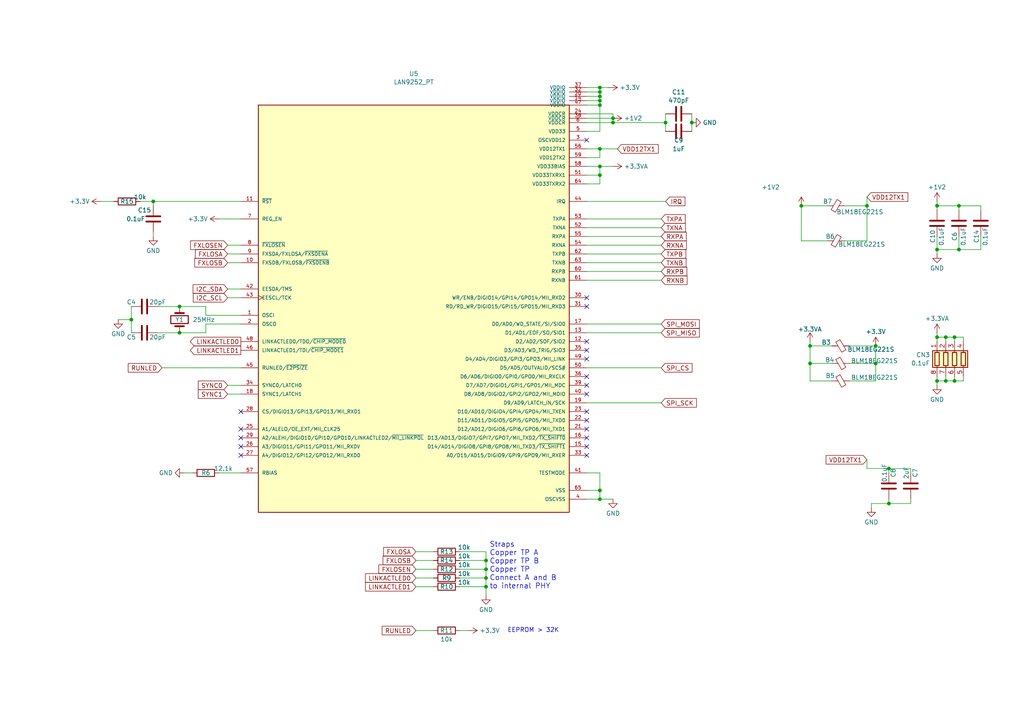
<source format=kicad_sch>
(kicad_sch
	(version 20231120)
	(generator "eeschema")
	(generator_version "8.0")
	(uuid "8e0e23cc-4513-4896-b845-574dd127ce6b")
	(paper "A4")
	(title_block
		(title "THCAD reader")
	)
	(lib_symbols
		(symbol "Device:C"
			(pin_numbers hide)
			(pin_names
				(offset 0.254)
			)
			(exclude_from_sim no)
			(in_bom yes)
			(on_board yes)
			(property "Reference" "C"
				(at 0.635 2.54 0)
				(effects
					(font
						(size 1.27 1.27)
					)
					(justify left)
				)
			)
			(property "Value" "C"
				(at 0.635 -2.54 0)
				(effects
					(font
						(size 1.27 1.27)
					)
					(justify left)
				)
			)
			(property "Footprint" ""
				(at 0.9652 -3.81 0)
				(effects
					(font
						(size 1.27 1.27)
					)
					(hide yes)
				)
			)
			(property "Datasheet" "~"
				(at 0 0 0)
				(effects
					(font
						(size 1.27 1.27)
					)
					(hide yes)
				)
			)
			(property "Description" "Unpolarized capacitor"
				(at 0 0 0)
				(effects
					(font
						(size 1.27 1.27)
					)
					(hide yes)
				)
			)
			(property "ki_keywords" "cap capacitor"
				(at 0 0 0)
				(effects
					(font
						(size 1.27 1.27)
					)
					(hide yes)
				)
			)
			(property "ki_fp_filters" "C_*"
				(at 0 0 0)
				(effects
					(font
						(size 1.27 1.27)
					)
					(hide yes)
				)
			)
			(symbol "C_0_1"
				(polyline
					(pts
						(xy -2.032 -0.762) (xy 2.032 -0.762)
					)
					(stroke
						(width 0.508)
						(type default)
					)
					(fill
						(type none)
					)
				)
				(polyline
					(pts
						(xy -2.032 0.762) (xy 2.032 0.762)
					)
					(stroke
						(width 0.508)
						(type default)
					)
					(fill
						(type none)
					)
				)
			)
			(symbol "C_1_1"
				(pin passive line
					(at 0 3.81 270)
					(length 2.794)
					(name "~"
						(effects
							(font
								(size 1.27 1.27)
							)
						)
					)
					(number "1"
						(effects
							(font
								(size 1.27 1.27)
							)
						)
					)
				)
				(pin passive line
					(at 0 -3.81 90)
					(length 2.794)
					(name "~"
						(effects
							(font
								(size 1.27 1.27)
							)
						)
					)
					(number "2"
						(effects
							(font
								(size 1.27 1.27)
							)
						)
					)
				)
			)
		)
		(symbol "Device:Crystal"
			(pin_numbers hide)
			(pin_names
				(offset 1.016) hide)
			(exclude_from_sim no)
			(in_bom yes)
			(on_board yes)
			(property "Reference" "Y"
				(at 0 3.81 0)
				(effects
					(font
						(size 1.27 1.27)
					)
				)
			)
			(property "Value" "Crystal"
				(at 0 -3.81 0)
				(effects
					(font
						(size 1.27 1.27)
					)
				)
			)
			(property "Footprint" ""
				(at 0 0 0)
				(effects
					(font
						(size 1.27 1.27)
					)
					(hide yes)
				)
			)
			(property "Datasheet" "~"
				(at 0 0 0)
				(effects
					(font
						(size 1.27 1.27)
					)
					(hide yes)
				)
			)
			(property "Description" "Two pin crystal"
				(at 0 0 0)
				(effects
					(font
						(size 1.27 1.27)
					)
					(hide yes)
				)
			)
			(property "ki_keywords" "quartz ceramic resonator oscillator"
				(at 0 0 0)
				(effects
					(font
						(size 1.27 1.27)
					)
					(hide yes)
				)
			)
			(property "ki_fp_filters" "Crystal*"
				(at 0 0 0)
				(effects
					(font
						(size 1.27 1.27)
					)
					(hide yes)
				)
			)
			(symbol "Crystal_0_1"
				(rectangle
					(start -1.143 2.54)
					(end 1.143 -2.54)
					(stroke
						(width 0.3048)
						(type default)
					)
					(fill
						(type none)
					)
				)
				(polyline
					(pts
						(xy -2.54 0) (xy -1.905 0)
					)
					(stroke
						(width 0)
						(type default)
					)
					(fill
						(type none)
					)
				)
				(polyline
					(pts
						(xy -1.905 -1.27) (xy -1.905 1.27)
					)
					(stroke
						(width 0.508)
						(type default)
					)
					(fill
						(type none)
					)
				)
				(polyline
					(pts
						(xy 1.905 -1.27) (xy 1.905 1.27)
					)
					(stroke
						(width 0.508)
						(type default)
					)
					(fill
						(type none)
					)
				)
				(polyline
					(pts
						(xy 2.54 0) (xy 1.905 0)
					)
					(stroke
						(width 0)
						(type default)
					)
					(fill
						(type none)
					)
				)
			)
			(symbol "Crystal_1_1"
				(pin passive line
					(at -3.81 0 0)
					(length 1.27)
					(name "1"
						(effects
							(font
								(size 1.27 1.27)
							)
						)
					)
					(number "1"
						(effects
							(font
								(size 1.27 1.27)
							)
						)
					)
				)
				(pin passive line
					(at 3.81 0 180)
					(length 1.27)
					(name "2"
						(effects
							(font
								(size 1.27 1.27)
							)
						)
					)
					(number "2"
						(effects
							(font
								(size 1.27 1.27)
							)
						)
					)
				)
			)
		)
		(symbol "Device:FerriteBead_Small"
			(pin_numbers hide)
			(pin_names
				(offset 0)
			)
			(exclude_from_sim no)
			(in_bom yes)
			(on_board yes)
			(property "Reference" "FB"
				(at 1.905 1.27 0)
				(effects
					(font
						(size 1.27 1.27)
					)
					(justify left)
				)
			)
			(property "Value" "FerriteBead_Small"
				(at 1.905 -1.27 0)
				(effects
					(font
						(size 1.27 1.27)
					)
					(justify left)
				)
			)
			(property "Footprint" ""
				(at -1.778 0 90)
				(effects
					(font
						(size 1.27 1.27)
					)
					(hide yes)
				)
			)
			(property "Datasheet" "~"
				(at 0 0 0)
				(effects
					(font
						(size 1.27 1.27)
					)
					(hide yes)
				)
			)
			(property "Description" "Ferrite bead, small symbol"
				(at 0 0 0)
				(effects
					(font
						(size 1.27 1.27)
					)
					(hide yes)
				)
			)
			(property "ki_keywords" "L ferrite bead inductor filter"
				(at 0 0 0)
				(effects
					(font
						(size 1.27 1.27)
					)
					(hide yes)
				)
			)
			(property "ki_fp_filters" "Inductor_* L_* *Ferrite*"
				(at 0 0 0)
				(effects
					(font
						(size 1.27 1.27)
					)
					(hide yes)
				)
			)
			(symbol "FerriteBead_Small_0_1"
				(polyline
					(pts
						(xy 0 -1.27) (xy 0 -0.7874)
					)
					(stroke
						(width 0)
						(type default)
					)
					(fill
						(type none)
					)
				)
				(polyline
					(pts
						(xy 0 0.889) (xy 0 1.2954)
					)
					(stroke
						(width 0)
						(type default)
					)
					(fill
						(type none)
					)
				)
				(polyline
					(pts
						(xy -1.8288 0.2794) (xy -1.1176 1.4986) (xy 1.8288 -0.2032) (xy 1.1176 -1.4224) (xy -1.8288 0.2794)
					)
					(stroke
						(width 0)
						(type default)
					)
					(fill
						(type none)
					)
				)
			)
			(symbol "FerriteBead_Small_1_1"
				(pin passive line
					(at 0 2.54 270)
					(length 1.27)
					(name "~"
						(effects
							(font
								(size 1.27 1.27)
							)
						)
					)
					(number "1"
						(effects
							(font
								(size 1.27 1.27)
							)
						)
					)
				)
				(pin passive line
					(at 0 -2.54 90)
					(length 1.27)
					(name "~"
						(effects
							(font
								(size 1.27 1.27)
							)
						)
					)
					(number "2"
						(effects
							(font
								(size 1.27 1.27)
							)
						)
					)
				)
			)
		)
		(symbol "Device:R"
			(pin_numbers hide)
			(pin_names
				(offset 0)
			)
			(exclude_from_sim no)
			(in_bom yes)
			(on_board yes)
			(property "Reference" "R"
				(at 2.032 0 90)
				(effects
					(font
						(size 1.27 1.27)
					)
				)
			)
			(property "Value" "R"
				(at 0 0 90)
				(effects
					(font
						(size 1.27 1.27)
					)
				)
			)
			(property "Footprint" ""
				(at -1.778 0 90)
				(effects
					(font
						(size 1.27 1.27)
					)
					(hide yes)
				)
			)
			(property "Datasheet" "~"
				(at 0 0 0)
				(effects
					(font
						(size 1.27 1.27)
					)
					(hide yes)
				)
			)
			(property "Description" "Resistor"
				(at 0 0 0)
				(effects
					(font
						(size 1.27 1.27)
					)
					(hide yes)
				)
			)
			(property "ki_keywords" "R res resistor"
				(at 0 0 0)
				(effects
					(font
						(size 1.27 1.27)
					)
					(hide yes)
				)
			)
			(property "ki_fp_filters" "R_*"
				(at 0 0 0)
				(effects
					(font
						(size 1.27 1.27)
					)
					(hide yes)
				)
			)
			(symbol "R_0_1"
				(rectangle
					(start -1.016 -2.54)
					(end 1.016 2.54)
					(stroke
						(width 0.254)
						(type default)
					)
					(fill
						(type none)
					)
				)
			)
			(symbol "R_1_1"
				(pin passive line
					(at 0 3.81 270)
					(length 1.27)
					(name "~"
						(effects
							(font
								(size 1.27 1.27)
							)
						)
					)
					(number "1"
						(effects
							(font
								(size 1.27 1.27)
							)
						)
					)
				)
				(pin passive line
					(at 0 -3.81 90)
					(length 1.27)
					(name "~"
						(effects
							(font
								(size 1.27 1.27)
							)
						)
					)
					(number "2"
						(effects
							(font
								(size 1.27 1.27)
							)
						)
					)
				)
			)
		)
		(symbol "Device:R_Pack04"
			(pin_names
				(offset 0) hide)
			(exclude_from_sim no)
			(in_bom yes)
			(on_board yes)
			(property "Reference" "RN"
				(at -7.62 0 90)
				(effects
					(font
						(size 1.27 1.27)
					)
				)
			)
			(property "Value" "R_Pack04"
				(at 5.08 0 90)
				(effects
					(font
						(size 1.27 1.27)
					)
				)
			)
			(property "Footprint" ""
				(at 6.985 0 90)
				(effects
					(font
						(size 1.27 1.27)
					)
					(hide yes)
				)
			)
			(property "Datasheet" "~"
				(at 0 0 0)
				(effects
					(font
						(size 1.27 1.27)
					)
					(hide yes)
				)
			)
			(property "Description" "4 resistor network, parallel topology"
				(at 0 0 0)
				(effects
					(font
						(size 1.27 1.27)
					)
					(hide yes)
				)
			)
			(property "ki_keywords" "R network parallel topology isolated"
				(at 0 0 0)
				(effects
					(font
						(size 1.27 1.27)
					)
					(hide yes)
				)
			)
			(property "ki_fp_filters" "DIP* SOIC* R*Array*Concave* R*Array*Convex* MSOP*"
				(at 0 0 0)
				(effects
					(font
						(size 1.27 1.27)
					)
					(hide yes)
				)
			)
			(symbol "R_Pack04_0_1"
				(rectangle
					(start -6.35 -2.413)
					(end 3.81 2.413)
					(stroke
						(width 0.254)
						(type default)
					)
					(fill
						(type background)
					)
				)
				(rectangle
					(start -5.715 1.905)
					(end -4.445 -1.905)
					(stroke
						(width 0.254)
						(type default)
					)
					(fill
						(type none)
					)
				)
				(rectangle
					(start -3.175 1.905)
					(end -1.905 -1.905)
					(stroke
						(width 0.254)
						(type default)
					)
					(fill
						(type none)
					)
				)
				(rectangle
					(start -0.635 1.905)
					(end 0.635 -1.905)
					(stroke
						(width 0.254)
						(type default)
					)
					(fill
						(type none)
					)
				)
				(polyline
					(pts
						(xy -5.08 -2.54) (xy -5.08 -1.905)
					)
					(stroke
						(width 0)
						(type default)
					)
					(fill
						(type none)
					)
				)
				(polyline
					(pts
						(xy -5.08 1.905) (xy -5.08 2.54)
					)
					(stroke
						(width 0)
						(type default)
					)
					(fill
						(type none)
					)
				)
				(polyline
					(pts
						(xy -2.54 -2.54) (xy -2.54 -1.905)
					)
					(stroke
						(width 0)
						(type default)
					)
					(fill
						(type none)
					)
				)
				(polyline
					(pts
						(xy -2.54 1.905) (xy -2.54 2.54)
					)
					(stroke
						(width 0)
						(type default)
					)
					(fill
						(type none)
					)
				)
				(polyline
					(pts
						(xy 0 -2.54) (xy 0 -1.905)
					)
					(stroke
						(width 0)
						(type default)
					)
					(fill
						(type none)
					)
				)
				(polyline
					(pts
						(xy 0 1.905) (xy 0 2.54)
					)
					(stroke
						(width 0)
						(type default)
					)
					(fill
						(type none)
					)
				)
				(polyline
					(pts
						(xy 2.54 -2.54) (xy 2.54 -1.905)
					)
					(stroke
						(width 0)
						(type default)
					)
					(fill
						(type none)
					)
				)
				(polyline
					(pts
						(xy 2.54 1.905) (xy 2.54 2.54)
					)
					(stroke
						(width 0)
						(type default)
					)
					(fill
						(type none)
					)
				)
				(rectangle
					(start 1.905 1.905)
					(end 3.175 -1.905)
					(stroke
						(width 0.254)
						(type default)
					)
					(fill
						(type none)
					)
				)
			)
			(symbol "R_Pack04_1_1"
				(pin passive line
					(at -5.08 -5.08 90)
					(length 2.54)
					(name "R1.1"
						(effects
							(font
								(size 1.27 1.27)
							)
						)
					)
					(number "1"
						(effects
							(font
								(size 1.27 1.27)
							)
						)
					)
				)
				(pin passive line
					(at -2.54 -5.08 90)
					(length 2.54)
					(name "R2.1"
						(effects
							(font
								(size 1.27 1.27)
							)
						)
					)
					(number "2"
						(effects
							(font
								(size 1.27 1.27)
							)
						)
					)
				)
				(pin passive line
					(at 0 -5.08 90)
					(length 2.54)
					(name "R3.1"
						(effects
							(font
								(size 1.27 1.27)
							)
						)
					)
					(number "3"
						(effects
							(font
								(size 1.27 1.27)
							)
						)
					)
				)
				(pin passive line
					(at 2.54 -5.08 90)
					(length 2.54)
					(name "R4.1"
						(effects
							(font
								(size 1.27 1.27)
							)
						)
					)
					(number "4"
						(effects
							(font
								(size 1.27 1.27)
							)
						)
					)
				)
				(pin passive line
					(at 2.54 5.08 270)
					(length 2.54)
					(name "R4.2"
						(effects
							(font
								(size 1.27 1.27)
							)
						)
					)
					(number "5"
						(effects
							(font
								(size 1.27 1.27)
							)
						)
					)
				)
				(pin passive line
					(at 0 5.08 270)
					(length 2.54)
					(name "R3.2"
						(effects
							(font
								(size 1.27 1.27)
							)
						)
					)
					(number "6"
						(effects
							(font
								(size 1.27 1.27)
							)
						)
					)
				)
				(pin passive line
					(at -2.54 5.08 270)
					(length 2.54)
					(name "R2.2"
						(effects
							(font
								(size 1.27 1.27)
							)
						)
					)
					(number "7"
						(effects
							(font
								(size 1.27 1.27)
							)
						)
					)
				)
				(pin passive line
					(at -5.08 5.08 270)
					(length 2.54)
					(name "R1.2"
						(effects
							(font
								(size 1.27 1.27)
							)
						)
					)
					(number "8"
						(effects
							(font
								(size 1.27 1.27)
							)
						)
					)
				)
			)
		)
		(symbol "LAN9252_PT:LAN9252_PT"
			(pin_names
				(offset 1.016)
			)
			(exclude_from_sim no)
			(in_bom yes)
			(on_board yes)
			(property "Reference" "U"
				(at -60.96 59.69 0)
				(effects
					(font
						(size 1.27 1.27)
					)
					(justify left bottom)
				)
			)
			(property "Value" "LAN9252_PT"
				(at -29.21 -60.96 0)
				(effects
					(font
						(size 1.27 1.27)
					)
					(justify left bottom)
				)
			)
			(property "Footprint" "LAN9252_PT:QFP50P1200X1200X120-65N"
				(at -5.08 6.35 0)
				(effects
					(font
						(size 1.27 1.27)
					)
					(justify bottom)
					(hide yes)
				)
			)
			(property "Datasheet" ""
				(at 0 0 0)
				(effects
					(font
						(size 1.27 1.27)
					)
					(hide yes)
				)
			)
			(property "Description" "\nEthernet Controller 10/100 Base-FX/T/TX PHY SPI Interface 64-TQFP-EP (10x10)\n"
				(at -1.27 10.16 0)
				(effects
					(font
						(size 1.27 1.27)
					)
					(justify bottom)
					(hide yes)
				)
			)
			(property "MF" "Microchip"
				(at -1.27 -13.97 0)
				(effects
					(font
						(size 1.27 1.27)
					)
					(justify bottom)
					(hide yes)
				)
			)
			(property "MAXIMUM_PACKAGE_HEIGHT" "1.2 mm"
				(at 0 -2.54 0)
				(effects
					(font
						(size 1.27 1.27)
					)
					(justify bottom)
					(hide yes)
				)
			)
			(property "Package" "TQFP-64 Microchip"
				(at -1.27 -11.43 0)
				(effects
					(font
						(size 1.27 1.27)
					)
					(justify bottom)
					(hide yes)
				)
			)
			(property "Price" ""
				(at 0 0 0)
				(effects
					(font
						(size 1.27 1.27)
					)
					(justify bottom)
					(hide yes)
				)
			)
			(property "Check_prices" ""
				(at 0 0 0)
				(effects
					(font
						(size 1.27 1.27)
					)
					(justify bottom)
					(hide yes)
				)
			)
			(property "STANDARD" "IPC 7351B"
				(at -1.27 -5.08 0)
				(effects
					(font
						(size 1.27 1.27)
					)
					(justify bottom)
					(hide yes)
				)
			)
			(property "PARTREV" "04-08-15"
				(at -1.27 -13.97 0)
				(effects
					(font
						(size 1.27 1.27)
					)
					(justify bottom)
					(hide yes)
				)
			)
			(property "SnapEDA_Link" ""
				(at 0 0 0)
				(effects
					(font
						(size 1.27 1.27)
					)
					(justify bottom)
					(hide yes)
				)
			)
			(property "MP" "LAN9252/PT"
				(at -2.54 3.81 0)
				(effects
					(font
						(size 1.27 1.27)
					)
					(justify bottom)
					(hide yes)
				)
			)
			(property "Purchase-URL" ""
				(at 0 0 0)
				(effects
					(font
						(size 1.27 1.27)
					)
					(justify bottom)
					(hide yes)
				)
			)
			(property "Availability" ""
				(at 0 -2.54 0)
				(effects
					(font
						(size 1.27 1.27)
					)
					(justify bottom)
					(hide yes)
				)
			)
			(property "MANUFACTURER" "Microchip Technology"
				(at -1.27 -8.89 0)
				(effects
					(font
						(size 1.27 1.27)
					)
					(justify bottom)
					(hide yes)
				)
			)
			(symbol "LAN9252_PT_0_0"
				(rectangle
					(start -29.21 58.42)
					(end 60.96 -59.69)
					(stroke
						(width 0.254)
						(type default)
					)
					(fill
						(type background)
					)
				)
				(pin input line
					(at -34.29 -2.54 0)
					(length 5.08)
					(name "OSCI"
						(effects
							(font
								(size 1.016 1.016)
							)
						)
					)
					(number "1"
						(effects
							(font
								(size 1.016 1.016)
							)
						)
					)
				)
				(pin input line
					(at -34.29 12.7 0)
					(length 5.08)
					(name "FXSDB/FXLOSB/~{FXSDENB}"
						(effects
							(font
								(size 1.016 1.016)
							)
						)
					)
					(number "10"
						(effects
							(font
								(size 1.016 1.016)
							)
						)
					)
				)
				(pin input line
					(at -34.29 30.48 0)
					(length 5.08)
					(name "~{RST}"
						(effects
							(font
								(size 1.016 1.016)
							)
						)
					)
					(number "11"
						(effects
							(font
								(size 1.016 1.016)
							)
						)
					)
				)
				(pin bidirectional line
					(at 66.04 -10.16 180)
					(length 5.08)
					(name "D2/AD2/SOF/SIO2"
						(effects
							(font
								(size 1.016 1.016)
							)
						)
					)
					(number "12"
						(effects
							(font
								(size 1.016 1.016)
							)
						)
					)
				)
				(pin bidirectional line
					(at 66.04 -7.62 180)
					(length 5.08)
					(name "D1/AD1/EOF/SO/SIO1"
						(effects
							(font
								(size 1.016 1.016)
							)
						)
					)
					(number "13"
						(effects
							(font
								(size 1.016 1.016)
							)
						)
					)
				)
				(pin power_in line
					(at 66.04 59.69 180)
					(length 5.08)
					(name "VDDIO"
						(effects
							(font
								(size 1.016 1.016)
							)
						)
					)
					(number "14"
						(effects
							(font
								(size 1.016 1.016)
							)
						)
					)
				)
				(pin bidirectional line
					(at 66.04 -40.64 180)
					(length 5.08)
					(name "D14/AD14/DIGIO8/GPI8/GPO8/MII_TXD3/~{TX_SHIFT1}"
						(effects
							(font
								(size 1.016 1.016)
							)
						)
					)
					(number "15"
						(effects
							(font
								(size 1.016 1.016)
							)
						)
					)
				)
				(pin bidirectional line
					(at 66.04 -38.1 180)
					(length 5.08)
					(name "D13/AD13/DIGIO7/GPI7/GPO7/MII_TXD2/~{TX_SHIFT0}"
						(effects
							(font
								(size 1.016 1.016)
							)
						)
					)
					(number "16"
						(effects
							(font
								(size 1.016 1.016)
							)
						)
					)
				)
				(pin bidirectional line
					(at 66.04 -5.08 180)
					(length 5.08)
					(name "D0/AD0/WD_STATE/SI/SIO0"
						(effects
							(font
								(size 1.016 1.016)
							)
						)
					)
					(number "17"
						(effects
							(font
								(size 1.016 1.016)
							)
						)
					)
				)
				(pin bidirectional line
					(at -34.29 -25.4 0)
					(length 5.08)
					(name "SYNC1/LATCH1"
						(effects
							(font
								(size 1.016 1.016)
							)
						)
					)
					(number "18"
						(effects
							(font
								(size 1.016 1.016)
							)
						)
					)
				)
				(pin bidirectional line
					(at 66.04 -27.94 180)
					(length 5.08)
					(name "D9/AD9/LATCH_IN/SCK"
						(effects
							(font
								(size 1.016 1.016)
							)
						)
					)
					(number "19"
						(effects
							(font
								(size 1.016 1.016)
							)
						)
					)
				)
				(pin output line
					(at -34.29 -5.08 0)
					(length 5.08)
					(name "OSCO"
						(effects
							(font
								(size 1.016 1.016)
							)
						)
					)
					(number "2"
						(effects
							(font
								(size 1.016 1.016)
							)
						)
					)
				)
				(pin power_in line
					(at 66.04 60.96 180)
					(length 5.08)
					(name "VDDIO"
						(effects
							(font
								(size 1.016 1.016)
							)
						)
					)
					(number "20"
						(effects
							(font
								(size 1.016 1.016)
							)
						)
					)
				)
				(pin bidirectional line
					(at 66.04 -35.56 180)
					(length 5.08)
					(name "D12/AD12/DIGIO6/GPI6/GPO6/MII_TXD1"
						(effects
							(font
								(size 1.016 1.016)
							)
						)
					)
					(number "21"
						(effects
							(font
								(size 1.016 1.016)
							)
						)
					)
				)
				(pin bidirectional line
					(at 66.04 -33.02 180)
					(length 5.08)
					(name "D11/AD11/DIGIO5/GPI5/GPO5/MII_TXD0"
						(effects
							(font
								(size 1.016 1.016)
							)
						)
					)
					(number "22"
						(effects
							(font
								(size 1.016 1.016)
							)
						)
					)
				)
				(pin bidirectional line
					(at 66.04 -30.48 180)
					(length 5.08)
					(name "D10/AD10/DIGIO4/GPI4/GPO4/MII_TXEN"
						(effects
							(font
								(size 1.016 1.016)
							)
						)
					)
					(number "23"
						(effects
							(font
								(size 1.016 1.016)
							)
						)
					)
				)
				(pin power_in line
					(at 66.04 55.88 180)
					(length 5.08)
					(name "VDDCR"
						(effects
							(font
								(size 1.016 1.016)
							)
						)
					)
					(number "24"
						(effects
							(font
								(size 1.016 1.016)
							)
						)
					)
				)
				(pin bidirectional line
					(at -34.29 -35.56 0)
					(length 5.08)
					(name "A1/ALELO/OE_EXT/MII_CLK25"
						(effects
							(font
								(size 1.016 1.016)
							)
						)
					)
					(number "25"
						(effects
							(font
								(size 1.016 1.016)
							)
						)
					)
				)
				(pin bidirectional line
					(at -34.29 -40.64 0)
					(length 5.08)
					(name "A3/DIGIO11/GPI11/GPO11/MII_RXDV"
						(effects
							(font
								(size 1.016 1.016)
							)
						)
					)
					(number "26"
						(effects
							(font
								(size 1.016 1.016)
							)
						)
					)
				)
				(pin bidirectional line
					(at -34.29 -43.18 0)
					(length 5.08)
					(name "A4/DIGIO12/GPI12/GPO12/MII_RXD0"
						(effects
							(font
								(size 1.016 1.016)
							)
						)
					)
					(number "27"
						(effects
							(font
								(size 1.016 1.016)
							)
						)
					)
				)
				(pin bidirectional line
					(at -34.29 -30.48 0)
					(length 5.08)
					(name "CS/DIGIO13/GPI13/GPO13/MII_RXD1"
						(effects
							(font
								(size 1.016 1.016)
							)
						)
					)
					(number "28"
						(effects
							(font
								(size 1.016 1.016)
							)
						)
					)
				)
				(pin bidirectional line
					(at -34.29 -38.1 0)
					(length 5.08)
					(name "A2/ALEHI/DIGIO10/GPI10/GPO10/LINKACTLED2/~{MII_LINKPOL}"
						(effects
							(font
								(size 1.016 1.016)
							)
						)
					)
					(number "29"
						(effects
							(font
								(size 1.016 1.016)
							)
						)
					)
				)
				(pin power_in line
					(at 66.04 48.26 180)
					(length 5.08)
					(name "OSCVDD12"
						(effects
							(font
								(size 1.016 1.016)
							)
						)
					)
					(number "3"
						(effects
							(font
								(size 1.016 1.016)
							)
						)
					)
				)
				(pin bidirectional line
					(at 66.04 2.54 180)
					(length 5.08)
					(name "WR/ENB/DIGIO14/GPI14/GPO14/MII_RXD2"
						(effects
							(font
								(size 1.016 1.016)
							)
						)
					)
					(number "30"
						(effects
							(font
								(size 1.016 1.016)
							)
						)
					)
				)
				(pin bidirectional line
					(at 66.04 0 180)
					(length 5.08)
					(name "RD/RD_WR/DIGIO15/GPI15/GPO15/MII_RXD3"
						(effects
							(font
								(size 1.016 1.016)
							)
						)
					)
					(number "31"
						(effects
							(font
								(size 1.016 1.016)
							)
						)
					)
				)
				(pin power_in line
					(at 66.04 62.23 180)
					(length 5.08)
					(name "VDDIO"
						(effects
							(font
								(size 1.016 1.016)
							)
						)
					)
					(number "32"
						(effects
							(font
								(size 1.016 1.016)
							)
						)
					)
				)
				(pin bidirectional line
					(at 66.04 -43.18 180)
					(length 5.08)
					(name "A0/D15/AD15/DIGIO9/GPI9/GPO9/MII_RXER"
						(effects
							(font
								(size 1.016 1.016)
							)
						)
					)
					(number "33"
						(effects
							(font
								(size 1.016 1.016)
							)
						)
					)
				)
				(pin bidirectional line
					(at -34.29 -22.86 0)
					(length 5.08)
					(name "SYNC0/LATCH0"
						(effects
							(font
								(size 1.016 1.016)
							)
						)
					)
					(number "34"
						(effects
							(font
								(size 1.016 1.016)
							)
						)
					)
				)
				(pin bidirectional line
					(at 66.04 -12.7 180)
					(length 5.08)
					(name "D3/AD3/WD_TRIG/SIO3"
						(effects
							(font
								(size 1.016 1.016)
							)
						)
					)
					(number "35"
						(effects
							(font
								(size 1.016 1.016)
							)
						)
					)
				)
				(pin bidirectional line
					(at 66.04 -20.32 180)
					(length 5.08)
					(name "D6/AD6/DIGIO0/GPI0/GPO0/MII_RXCLK"
						(effects
							(font
								(size 1.016 1.016)
							)
						)
					)
					(number "36"
						(effects
							(font
								(size 1.016 1.016)
							)
						)
					)
				)
				(pin power_in line
					(at 66.04 63.5 180)
					(length 5.08)
					(name "VDDIO"
						(effects
							(font
								(size 1.016 1.016)
							)
						)
					)
					(number "37"
						(effects
							(font
								(size 1.016 1.016)
							)
						)
					)
				)
				(pin power_in line
					(at 66.04 54.61 180)
					(length 5.08)
					(name "VDDCR"
						(effects
							(font
								(size 1.016 1.016)
							)
						)
					)
					(number "38"
						(effects
							(font
								(size 1.016 1.016)
							)
						)
					)
				)
				(pin bidirectional line
					(at 66.04 -22.86 180)
					(length 5.08)
					(name "D7/AD7/DIGIO1/GPI1/GPO1/MII_MDC"
						(effects
							(font
								(size 1.016 1.016)
							)
						)
					)
					(number "39"
						(effects
							(font
								(size 1.016 1.016)
							)
						)
					)
				)
				(pin power_in line
					(at 66.04 -55.88 180)
					(length 5.08)
					(name "OSCVSS"
						(effects
							(font
								(size 1.016 1.016)
							)
						)
					)
					(number "4"
						(effects
							(font
								(size 1.016 1.016)
							)
						)
					)
				)
				(pin bidirectional line
					(at 66.04 -25.4 180)
					(length 5.08)
					(name "D8/AD8/DIGIO2/GPI2/GPO2/MII_MDIO"
						(effects
							(font
								(size 1.016 1.016)
							)
						)
					)
					(number "40"
						(effects
							(font
								(size 1.016 1.016)
							)
						)
					)
				)
				(pin input line
					(at 66.04 -48.26 180)
					(length 5.08)
					(name "TESTMODE"
						(effects
							(font
								(size 1.016 1.016)
							)
						)
					)
					(number "41"
						(effects
							(font
								(size 1.016 1.016)
							)
						)
					)
				)
				(pin bidirectional line
					(at -34.29 5.08 0)
					(length 5.08)
					(name "EESDA/TMS"
						(effects
							(font
								(size 1.016 1.016)
							)
						)
					)
					(number "42"
						(effects
							(font
								(size 1.016 1.016)
							)
						)
					)
				)
				(pin output clock
					(at -34.29 2.54 0)
					(length 5.08)
					(name "EESCL/TCK"
						(effects
							(font
								(size 1.016 1.016)
							)
						)
					)
					(number "43"
						(effects
							(font
								(size 1.016 1.016)
							)
						)
					)
				)
				(pin output line
					(at 66.04 30.48 180)
					(length 5.08)
					(name "IRQ"
						(effects
							(font
								(size 1.016 1.016)
							)
						)
					)
					(number "44"
						(effects
							(font
								(size 1.016 1.016)
							)
						)
					)
				)
				(pin bidirectional line
					(at -34.29 -17.78 0)
					(length 5.08)
					(name "RUNLED/~{E2PSIZE}"
						(effects
							(font
								(size 1.016 1.016)
							)
						)
					)
					(number "45"
						(effects
							(font
								(size 1.016 1.016)
							)
						)
					)
				)
				(pin input line
					(at -34.29 -12.7 0)
					(length 5.08)
					(name "LINKACTLED1/TDI/~{CHIP_MODE1}"
						(effects
							(font
								(size 1.016 1.016)
							)
						)
					)
					(number "46"
						(effects
							(font
								(size 1.016 1.016)
							)
						)
					)
				)
				(pin power_in line
					(at 66.04 58.42 180)
					(length 5.08)
					(name "VDDIO"
						(effects
							(font
								(size 1.016 1.016)
							)
						)
					)
					(number "47"
						(effects
							(font
								(size 1.016 1.016)
							)
						)
					)
				)
				(pin output line
					(at -34.29 -10.16 0)
					(length 5.08)
					(name "LINKACTLED0/TDO/~{CHIP_MODE0}"
						(effects
							(font
								(size 1.016 1.016)
							)
						)
					)
					(number "48"
						(effects
							(font
								(size 1.016 1.016)
							)
						)
					)
				)
				(pin bidirectional line
					(at 66.04 -15.24 180)
					(length 5.08)
					(name "D4/AD4/DIGIO3/GPI3/GPO3/MII_LINK"
						(effects
							(font
								(size 1.016 1.016)
							)
						)
					)
					(number "49"
						(effects
							(font
								(size 1.016 1.016)
							)
						)
					)
				)
				(pin power_in line
					(at 66.04 50.8 180)
					(length 5.08)
					(name "VDD33"
						(effects
							(font
								(size 1.016 1.016)
							)
						)
					)
					(number "5"
						(effects
							(font
								(size 1.016 1.016)
							)
						)
					)
				)
				(pin bidirectional line
					(at 66.04 -17.78 180)
					(length 5.08)
					(name "D5/AD5/OUTVALID/SCS#"
						(effects
							(font
								(size 1.016 1.016)
							)
						)
					)
					(number "50"
						(effects
							(font
								(size 1.016 1.016)
							)
						)
					)
				)
				(pin power_in line
					(at 66.04 38.1 180)
					(length 5.08)
					(name "VDD33TXRX1"
						(effects
							(font
								(size 1.016 1.016)
							)
						)
					)
					(number "51"
						(effects
							(font
								(size 1.016 1.016)
							)
						)
					)
				)
				(pin bidirectional line
					(at 66.04 22.86 180)
					(length 5.08)
					(name "TXNA"
						(effects
							(font
								(size 1.016 1.016)
							)
						)
					)
					(number "52"
						(effects
							(font
								(size 1.016 1.016)
							)
						)
					)
				)
				(pin bidirectional line
					(at 66.04 25.4 180)
					(length 5.08)
					(name "TXPA"
						(effects
							(font
								(size 1.016 1.016)
							)
						)
					)
					(number "53"
						(effects
							(font
								(size 1.016 1.016)
							)
						)
					)
				)
				(pin bidirectional line
					(at 66.04 17.78 180)
					(length 5.08)
					(name "RXNA"
						(effects
							(font
								(size 1.016 1.016)
							)
						)
					)
					(number "54"
						(effects
							(font
								(size 1.016 1.016)
							)
						)
					)
				)
				(pin bidirectional line
					(at 66.04 20.32 180)
					(length 5.08)
					(name "RXPA"
						(effects
							(font
								(size 1.016 1.016)
							)
						)
					)
					(number "55"
						(effects
							(font
								(size 1.016 1.016)
							)
						)
					)
				)
				(pin power_in line
					(at 66.04 45.72 180)
					(length 5.08)
					(name "VDD12TX1"
						(effects
							(font
								(size 1.016 1.016)
							)
						)
					)
					(number "56"
						(effects
							(font
								(size 1.016 1.016)
							)
						)
					)
				)
				(pin passive line
					(at -34.29 -48.26 0)
					(length 5.08)
					(name "RBIAS"
						(effects
							(font
								(size 1.016 1.016)
							)
						)
					)
					(number "57"
						(effects
							(font
								(size 1.016 1.016)
							)
						)
					)
				)
				(pin power_in line
					(at 66.04 40.64 180)
					(length 5.08)
					(name "VDD33BIAS"
						(effects
							(font
								(size 1.016 1.016)
							)
						)
					)
					(number "58"
						(effects
							(font
								(size 1.016 1.016)
							)
						)
					)
				)
				(pin power_in line
					(at 66.04 43.18 180)
					(length 5.08)
					(name "VDD12TX2"
						(effects
							(font
								(size 1.016 1.016)
							)
						)
					)
					(number "59"
						(effects
							(font
								(size 1.016 1.016)
							)
						)
					)
				)
				(pin power_in line
					(at 66.04 53.34 180)
					(length 5.08)
					(name "VDDCR"
						(effects
							(font
								(size 1.016 1.016)
							)
						)
					)
					(number "6"
						(effects
							(font
								(size 1.016 1.016)
							)
						)
					)
				)
				(pin bidirectional line
					(at 66.04 10.16 180)
					(length 5.08)
					(name "RXPB"
						(effects
							(font
								(size 1.016 1.016)
							)
						)
					)
					(number "60"
						(effects
							(font
								(size 1.016 1.016)
							)
						)
					)
				)
				(pin bidirectional line
					(at 66.04 7.62 180)
					(length 5.08)
					(name "RXNB"
						(effects
							(font
								(size 1.016 1.016)
							)
						)
					)
					(number "61"
						(effects
							(font
								(size 1.016 1.016)
							)
						)
					)
				)
				(pin bidirectional line
					(at 66.04 15.24 180)
					(length 5.08)
					(name "TXPB"
						(effects
							(font
								(size 1.016 1.016)
							)
						)
					)
					(number "62"
						(effects
							(font
								(size 1.016 1.016)
							)
						)
					)
				)
				(pin bidirectional line
					(at 66.04 12.7 180)
					(length 5.08)
					(name "TXNB"
						(effects
							(font
								(size 1.016 1.016)
							)
						)
					)
					(number "63"
						(effects
							(font
								(size 1.016 1.016)
							)
						)
					)
				)
				(pin power_in line
					(at 66.04 35.56 180)
					(length 5.08)
					(name "VDD33TXRX2"
						(effects
							(font
								(size 1.016 1.016)
							)
						)
					)
					(number "64"
						(effects
							(font
								(size 1.016 1.016)
							)
						)
					)
				)
				(pin power_in line
					(at 66.04 -53.34 180)
					(length 5.08)
					(name "VSS"
						(effects
							(font
								(size 1.016 1.016)
							)
						)
					)
					(number "65"
						(effects
							(font
								(size 1.016 1.016)
							)
						)
					)
				)
				(pin input line
					(at -34.29 25.4 0)
					(length 5.08)
					(name "REG_EN"
						(effects
							(font
								(size 1.016 1.016)
							)
						)
					)
					(number "7"
						(effects
							(font
								(size 1.016 1.016)
							)
						)
					)
				)
				(pin input line
					(at -34.29 17.78 0)
					(length 5.08)
					(name "~{FXLOSEN}"
						(effects
							(font
								(size 1.016 1.016)
							)
						)
					)
					(number "8"
						(effects
							(font
								(size 1.016 1.016)
							)
						)
					)
				)
				(pin input line
					(at -34.29 15.24 0)
					(length 5.08)
					(name "FXSDA/FXLOSA/~{FXSDENA}"
						(effects
							(font
								(size 1.016 1.016)
							)
						)
					)
					(number "9"
						(effects
							(font
								(size 1.016 1.016)
							)
						)
					)
				)
			)
		)
		(symbol "power:+1V2"
			(power)
			(pin_names
				(offset 0)
			)
			(exclude_from_sim no)
			(in_bom yes)
			(on_board yes)
			(property "Reference" "#PWR"
				(at 0 -3.81 0)
				(effects
					(font
						(size 1.27 1.27)
					)
					(hide yes)
				)
			)
			(property "Value" "+1V2"
				(at 0 3.556 0)
				(effects
					(font
						(size 1.27 1.27)
					)
				)
			)
			(property "Footprint" ""
				(at 0 0 0)
				(effects
					(font
						(size 1.27 1.27)
					)
					(hide yes)
				)
			)
			(property "Datasheet" ""
				(at 0 0 0)
				(effects
					(font
						(size 1.27 1.27)
					)
					(hide yes)
				)
			)
			(property "Description" "Power symbol creates a global label with name \"+1V2\""
				(at 0 0 0)
				(effects
					(font
						(size 1.27 1.27)
					)
					(hide yes)
				)
			)
			(property "ki_keywords" "global power"
				(at 0 0 0)
				(effects
					(font
						(size 1.27 1.27)
					)
					(hide yes)
				)
			)
			(symbol "+1V2_0_1"
				(polyline
					(pts
						(xy -0.762 1.27) (xy 0 2.54)
					)
					(stroke
						(width 0)
						(type default)
					)
					(fill
						(type none)
					)
				)
				(polyline
					(pts
						(xy 0 0) (xy 0 2.54)
					)
					(stroke
						(width 0)
						(type default)
					)
					(fill
						(type none)
					)
				)
				(polyline
					(pts
						(xy 0 2.54) (xy 0.762 1.27)
					)
					(stroke
						(width 0)
						(type default)
					)
					(fill
						(type none)
					)
				)
			)
			(symbol "+1V2_1_1"
				(pin power_in line
					(at 0 0 90)
					(length 0) hide
					(name "+1V2"
						(effects
							(font
								(size 1.27 1.27)
							)
						)
					)
					(number "1"
						(effects
							(font
								(size 1.27 1.27)
							)
						)
					)
				)
			)
		)
		(symbol "power:+3.3V"
			(power)
			(pin_names
				(offset 0)
			)
			(exclude_from_sim no)
			(in_bom yes)
			(on_board yes)
			(property "Reference" "#PWR"
				(at 0 -3.81 0)
				(effects
					(font
						(size 1.27 1.27)
					)
					(hide yes)
				)
			)
			(property "Value" "+3.3V"
				(at 0 3.556 0)
				(effects
					(font
						(size 1.27 1.27)
					)
				)
			)
			(property "Footprint" ""
				(at 0 0 0)
				(effects
					(font
						(size 1.27 1.27)
					)
					(hide yes)
				)
			)
			(property "Datasheet" ""
				(at 0 0 0)
				(effects
					(font
						(size 1.27 1.27)
					)
					(hide yes)
				)
			)
			(property "Description" "Power symbol creates a global label with name \"+3.3V\""
				(at 0 0 0)
				(effects
					(font
						(size 1.27 1.27)
					)
					(hide yes)
				)
			)
			(property "ki_keywords" "global power"
				(at 0 0 0)
				(effects
					(font
						(size 1.27 1.27)
					)
					(hide yes)
				)
			)
			(symbol "+3.3V_0_1"
				(polyline
					(pts
						(xy -0.762 1.27) (xy 0 2.54)
					)
					(stroke
						(width 0)
						(type default)
					)
					(fill
						(type none)
					)
				)
				(polyline
					(pts
						(xy 0 0) (xy 0 2.54)
					)
					(stroke
						(width 0)
						(type default)
					)
					(fill
						(type none)
					)
				)
				(polyline
					(pts
						(xy 0 2.54) (xy 0.762 1.27)
					)
					(stroke
						(width 0)
						(type default)
					)
					(fill
						(type none)
					)
				)
			)
			(symbol "+3.3V_1_1"
				(pin power_in line
					(at 0 0 90)
					(length 0) hide
					(name "+3.3V"
						(effects
							(font
								(size 1.27 1.27)
							)
						)
					)
					(number "1"
						(effects
							(font
								(size 1.27 1.27)
							)
						)
					)
				)
			)
		)
		(symbol "power:+3.3VA"
			(power)
			(pin_names
				(offset 0)
			)
			(exclude_from_sim no)
			(in_bom yes)
			(on_board yes)
			(property "Reference" "#PWR"
				(at 0 -3.81 0)
				(effects
					(font
						(size 1.27 1.27)
					)
					(hide yes)
				)
			)
			(property "Value" "+3.3VA"
				(at 0 3.556 0)
				(effects
					(font
						(size 1.27 1.27)
					)
				)
			)
			(property "Footprint" ""
				(at 0 0 0)
				(effects
					(font
						(size 1.27 1.27)
					)
					(hide yes)
				)
			)
			(property "Datasheet" ""
				(at 0 0 0)
				(effects
					(font
						(size 1.27 1.27)
					)
					(hide yes)
				)
			)
			(property "Description" "Power symbol creates a global label with name \"+3.3VA\""
				(at 0 0 0)
				(effects
					(font
						(size 1.27 1.27)
					)
					(hide yes)
				)
			)
			(property "ki_keywords" "global power"
				(at 0 0 0)
				(effects
					(font
						(size 1.27 1.27)
					)
					(hide yes)
				)
			)
			(symbol "+3.3VA_0_1"
				(polyline
					(pts
						(xy -0.762 1.27) (xy 0 2.54)
					)
					(stroke
						(width 0)
						(type default)
					)
					(fill
						(type none)
					)
				)
				(polyline
					(pts
						(xy 0 0) (xy 0 2.54)
					)
					(stroke
						(width 0)
						(type default)
					)
					(fill
						(type none)
					)
				)
				(polyline
					(pts
						(xy 0 2.54) (xy 0.762 1.27)
					)
					(stroke
						(width 0)
						(type default)
					)
					(fill
						(type none)
					)
				)
			)
			(symbol "+3.3VA_1_1"
				(pin power_in line
					(at 0 0 90)
					(length 0) hide
					(name "+3.3VA"
						(effects
							(font
								(size 1.27 1.27)
							)
						)
					)
					(number "1"
						(effects
							(font
								(size 1.27 1.27)
							)
						)
					)
				)
			)
		)
		(symbol "power:GND"
			(power)
			(pin_names
				(offset 0)
			)
			(exclude_from_sim no)
			(in_bom yes)
			(on_board yes)
			(property "Reference" "#PWR"
				(at 0 -6.35 0)
				(effects
					(font
						(size 1.27 1.27)
					)
					(hide yes)
				)
			)
			(property "Value" "GND"
				(at 0 -3.81 0)
				(effects
					(font
						(size 1.27 1.27)
					)
				)
			)
			(property "Footprint" ""
				(at 0 0 0)
				(effects
					(font
						(size 1.27 1.27)
					)
					(hide yes)
				)
			)
			(property "Datasheet" ""
				(at 0 0 0)
				(effects
					(font
						(size 1.27 1.27)
					)
					(hide yes)
				)
			)
			(property "Description" "Power symbol creates a global label with name \"GND\" , ground"
				(at 0 0 0)
				(effects
					(font
						(size 1.27 1.27)
					)
					(hide yes)
				)
			)
			(property "ki_keywords" "global power"
				(at 0 0 0)
				(effects
					(font
						(size 1.27 1.27)
					)
					(hide yes)
				)
			)
			(symbol "GND_0_1"
				(polyline
					(pts
						(xy 0 0) (xy 0 -1.27) (xy 1.27 -1.27) (xy 0 -2.54) (xy -1.27 -1.27) (xy 0 -1.27)
					)
					(stroke
						(width 0)
						(type default)
					)
					(fill
						(type none)
					)
				)
			)
			(symbol "GND_1_1"
				(pin power_in line
					(at 0 0 270)
					(length 0) hide
					(name "GND"
						(effects
							(font
								(size 1.27 1.27)
							)
						)
					)
					(number "1"
						(effects
							(font
								(size 1.27 1.27)
							)
						)
					)
				)
			)
		)
	)
	(junction
		(at 271.78 110.49)
		(diameter 0)
		(color 0 0 0 0)
		(uuid "04314c1e-3e8e-4ec8-beb7-ca846841003d")
	)
	(junction
		(at 254 100.33)
		(diameter 0)
		(color 0 0 0 0)
		(uuid "0885ba69-2fc5-4e8f-9997-415c92f796f1")
	)
	(junction
		(at 140.97 170.18)
		(diameter 0)
		(color 0 0 0 0)
		(uuid "097b4b3d-a671-46db-9935-d5d209519505")
	)
	(junction
		(at 251.46 59.69)
		(diameter 0)
		(color 0 0 0 0)
		(uuid "0c3ba6fc-d0e1-4f1f-8f9b-bebed0e612ce")
	)
	(junction
		(at 193.04 35.56)
		(diameter 0)
		(color 0 0 0 0)
		(uuid "263248ae-c683-4c59-beaf-7b3864a845a6")
	)
	(junction
		(at 234.95 105.41)
		(diameter 0)
		(color 0 0 0 0)
		(uuid "31355d79-995e-4b41-8be0-0c9e4643017a")
	)
	(junction
		(at 173.99 48.26)
		(diameter 0)
		(color 0 0 0 0)
		(uuid "35ce7528-97c5-4c72-b8a7-1cdf13c5e568")
	)
	(junction
		(at 173.99 29.21)
		(diameter 0)
		(color 0 0 0 0)
		(uuid "40182a86-3837-4701-b1cf-b786b28cd3c5")
	)
	(junction
		(at 38.1 92.71)
		(diameter 0)
		(color 0 0 0 0)
		(uuid "45311484-699d-4b23-9b75-1e2ac8fa83b1")
	)
	(junction
		(at 173.99 142.24)
		(diameter 0)
		(color 0 0 0 0)
		(uuid "48e7757a-d3d6-4527-8ed0-805d726012d7")
	)
	(junction
		(at 274.32 110.49)
		(diameter 0)
		(color 0 0 0 0)
		(uuid "4b98e4e6-899e-448b-bee3-b8fa2900108a")
	)
	(junction
		(at 173.99 30.48)
		(diameter 0)
		(color 0 0 0 0)
		(uuid "50af12ef-c3bf-4105-bca6-28ed6ddab985")
	)
	(junction
		(at 254 105.41)
		(diameter 0)
		(color 0 0 0 0)
		(uuid "5aeef6a2-3e36-4d06-8e93-b95679827cde")
	)
	(junction
		(at 278.13 59.69)
		(diameter 0)
		(color 0 0 0 0)
		(uuid "5d8fe27a-3ee3-43d7-a23d-c2413e52e9f0")
	)
	(junction
		(at 140.97 165.1)
		(diameter 0)
		(color 0 0 0 0)
		(uuid "5da99bb5-18c9-40ae-908a-87a277f04a2b")
	)
	(junction
		(at 274.32 97.79)
		(diameter 0)
		(color 0 0 0 0)
		(uuid "608d722c-0cf5-4d9e-89dd-7704e7857dd2")
	)
	(junction
		(at 271.78 97.79)
		(diameter 0)
		(color 0 0 0 0)
		(uuid "650b4932-1252-4ad1-bfcf-e06bda2da683")
	)
	(junction
		(at 44.45 58.42)
		(diameter 0)
		(color 0 0 0 0)
		(uuid "75dadb5b-c9f2-43c0-acab-427e64154c21")
	)
	(junction
		(at 278.13 72.39)
		(diameter 0)
		(color 0 0 0 0)
		(uuid "77b8740e-f64e-4b89-96c7-aeb7f6fc86f9")
	)
	(junction
		(at 173.99 50.8)
		(diameter 0)
		(color 0 0 0 0)
		(uuid "7a83dff4-8ea4-4b67-8647-2913cf0299d2")
	)
	(junction
		(at 271.78 72.39)
		(diameter 0)
		(color 0 0 0 0)
		(uuid "868e6026-2554-4a5c-bf02-96109de18493")
	)
	(junction
		(at 200.66 35.56)
		(diameter 0)
		(color 0 0 0 0)
		(uuid "8caaeac5-a2f2-4f62-85d3-be5ce5b8f58f")
	)
	(junction
		(at 173.99 25.4)
		(diameter 0)
		(color 0 0 0 0)
		(uuid "996d558b-c70f-4d29-9dda-9fea9fc9d517")
	)
	(junction
		(at 177.8 34.29)
		(diameter 0)
		(color 0 0 0 0)
		(uuid "a3819a9a-f321-4e8d-9ee4-2c81ec61fa22")
	)
	(junction
		(at 140.97 162.56)
		(diameter 0)
		(color 0 0 0 0)
		(uuid "a4566143-8023-4b19-b236-e7d9a62aed05")
	)
	(junction
		(at 232.41 59.69)
		(diameter 0)
		(color 0 0 0 0)
		(uuid "ae74edbd-5f93-4519-ab5a-c1074c52494a")
	)
	(junction
		(at 257.81 146.05)
		(diameter 0)
		(color 0 0 0 0)
		(uuid "b4d3a14d-a673-4e82-9b12-c23e4c2078ce")
	)
	(junction
		(at 234.95 100.33)
		(diameter 0)
		(color 0 0 0 0)
		(uuid "b9010036-5a87-40bb-b525-94adaf998d92")
	)
	(junction
		(at 173.99 144.78)
		(diameter 0)
		(color 0 0 0 0)
		(uuid "bbd59ab0-bad3-416e-8073-094e105f8863")
	)
	(junction
		(at 177.8 35.56)
		(diameter 0)
		(color 0 0 0 0)
		(uuid "c1e465c4-b3cf-4aeb-b7f6-bef987018a01")
	)
	(junction
		(at 52.07 88.9)
		(diameter 0)
		(color 0 0 0 0)
		(uuid "d56d31ce-0457-4dc1-be5e-aeef98f3ed50")
	)
	(junction
		(at 52.07 96.52)
		(diameter 0)
		(color 0 0 0 0)
		(uuid "d8d7f2d9-aabb-4171-af91-a5e4b9fc7af2")
	)
	(junction
		(at 257.81 135.89)
		(diameter 0)
		(color 0 0 0 0)
		(uuid "d9850fd0-c776-4512-b65c-ecd40d9530fa")
	)
	(junction
		(at 271.78 59.69)
		(diameter 0)
		(color 0 0 0 0)
		(uuid "dac9f50e-0dd8-42d3-b80b-9ea29a230e7d")
	)
	(junction
		(at 276.86 110.49)
		(diameter 0)
		(color 0 0 0 0)
		(uuid "dd44aa69-e0e3-4f24-a4ad-f4d05c1b08d7")
	)
	(junction
		(at 173.99 26.67)
		(diameter 0)
		(color 0 0 0 0)
		(uuid "e122817c-650d-4c0d-a34c-3a97414e8ddc")
	)
	(junction
		(at 173.99 43.18)
		(diameter 0)
		(color 0 0 0 0)
		(uuid "e3a974e2-fdde-48f0-aec0-447f4195f7c3")
	)
	(junction
		(at 140.97 167.64)
		(diameter 0)
		(color 0 0 0 0)
		(uuid "edaa6d5b-e796-40c2-af2b-2a3fecff0c1b")
	)
	(junction
		(at 173.99 27.94)
		(diameter 0)
		(color 0 0 0 0)
		(uuid "f45c08a9-1f16-4428-891e-f72916e63fde")
	)
	(junction
		(at 276.86 97.79)
		(diameter 0)
		(color 0 0 0 0)
		(uuid "faaf8fe1-3517-4373-b1d1-8eb4002dd08f")
	)
	(no_connect
		(at 170.18 124.46)
		(uuid "0a143146-10f8-4e5d-bc85-079c56117946")
	)
	(no_connect
		(at 69.85 124.46)
		(uuid "0b0defea-ee25-449f-8c33-e4366a0bb9f1")
	)
	(no_connect
		(at 170.18 86.36)
		(uuid "0c372a88-b759-4e83-b4ca-accafed58ec2")
	)
	(no_connect
		(at 170.18 99.06)
		(uuid "1351ffc6-7ffa-4a26-8547-e8414b34427d")
	)
	(no_connect
		(at 170.18 111.76)
		(uuid "450e8bdd-57eb-421f-8df8-f5f816f596d6")
	)
	(no_connect
		(at 170.18 109.22)
		(uuid "52363244-fdb1-4184-bdb9-3018a6faaad7")
	)
	(no_connect
		(at 170.18 101.6)
		(uuid "5ff58872-2f6a-40a6-b8bf-32d13dd10446")
	)
	(no_connect
		(at 170.18 132.08)
		(uuid "691c4604-7c5d-422c-8336-74960841892a")
	)
	(no_connect
		(at 170.18 127)
		(uuid "6cefefff-e4da-4763-bb86-b0a022c8d410")
	)
	(no_connect
		(at 69.85 119.38)
		(uuid "776872f6-9367-4c60-9500-8e992e62a7e0")
	)
	(no_connect
		(at 69.85 129.54)
		(uuid "7bc0e8ee-f8fc-4ddb-a885-06ccfc7492fa")
	)
	(no_connect
		(at 69.85 127)
		(uuid "7ef435e7-4e4a-4aa6-93f7-8a9dac4d3629")
	)
	(no_connect
		(at 170.18 129.54)
		(uuid "9d5f966c-2e16-4e09-bb82-85e17f4eaded")
	)
	(no_connect
		(at 170.18 40.64)
		(uuid "b3ec83a1-5cf8-490e-ba08-02e97f4f2b35")
	)
	(no_connect
		(at 170.18 104.14)
		(uuid "ceb074f0-5729-43b7-a4d6-c1ca6710122f")
	)
	(no_connect
		(at 170.18 88.9)
		(uuid "d1df48c4-7fe9-4094-8f8f-1fe59af29175")
	)
	(no_connect
		(at 170.18 119.38)
		(uuid "d55f6fb1-796b-4aab-a6e1-2f4d1338b0ed")
	)
	(no_connect
		(at 170.18 121.92)
		(uuid "e17394a6-b424-4ba5-89ed-bcb92befdaaf")
	)
	(no_connect
		(at 69.85 132.08)
		(uuid "e7133215-be8e-4518-8c97-3cb749775a62")
	)
	(no_connect
		(at 170.18 114.3)
		(uuid "f66cd37f-e01e-4007-aaa3-a0278f74ffab")
	)
	(wire
		(pts
			(xy 170.18 30.48) (xy 173.99 30.48)
		)
		(stroke
			(width 0)
			(type default)
		)
		(uuid "0296f0ac-b199-445c-a506-24ae78985d0a")
	)
	(wire
		(pts
			(xy 274.32 97.79) (xy 276.86 97.79)
		)
		(stroke
			(width 0)
			(type default)
		)
		(uuid "0318e654-5cb3-4b3d-b598-50f41f0dd77e")
	)
	(wire
		(pts
			(xy 173.99 48.26) (xy 173.99 50.8)
		)
		(stroke
			(width 0)
			(type default)
		)
		(uuid "033a5f78-dfb9-4866-b81f-bf8f59f3b565")
	)
	(wire
		(pts
			(xy 170.18 38.1) (xy 173.99 38.1)
		)
		(stroke
			(width 0)
			(type default)
		)
		(uuid "037b5234-b694-4d23-8134-6e89083d36f1")
	)
	(wire
		(pts
			(xy 177.8 35.56) (xy 177.8 34.29)
		)
		(stroke
			(width 0)
			(type default)
		)
		(uuid "06129de6-1a41-4789-b1c7-e3437e8015ff")
	)
	(wire
		(pts
			(xy 170.18 50.8) (xy 173.99 50.8)
		)
		(stroke
			(width 0)
			(type default)
		)
		(uuid "0644901a-57eb-4149-9cfa-58a1a8d41042")
	)
	(wire
		(pts
			(xy 232.41 59.69) (xy 240.03 59.69)
		)
		(stroke
			(width 0)
			(type default)
		)
		(uuid "08f4d866-7718-45db-aa8b-cac736cad33f")
	)
	(wire
		(pts
			(xy 173.99 27.94) (xy 173.99 26.67)
		)
		(stroke
			(width 0)
			(type default)
		)
		(uuid "090a2e5b-7d79-45bb-85f8-3d68cf8270bc")
	)
	(wire
		(pts
			(xy 133.35 162.56) (xy 140.97 162.56)
		)
		(stroke
			(width 0)
			(type default)
		)
		(uuid "09f6e916-f52c-48bd-8b5d-264da71aa1c5")
	)
	(wire
		(pts
			(xy 133.35 160.02) (xy 140.97 160.02)
		)
		(stroke
			(width 0)
			(type default)
		)
		(uuid "0ad43aae-efc3-4e1e-9c5c-6ec3f46eea37")
	)
	(wire
		(pts
			(xy 271.78 59.69) (xy 271.78 60.96)
		)
		(stroke
			(width 0)
			(type default)
		)
		(uuid "0b4fc9a3-e0f8-4973-8232-8ba34169486c")
	)
	(wire
		(pts
			(xy 173.99 48.26) (xy 177.8 48.26)
		)
		(stroke
			(width 0)
			(type default)
		)
		(uuid "0c1ca199-356a-4c97-859a-6b2195bc7670")
	)
	(wire
		(pts
			(xy 66.04 73.66) (xy 69.85 73.66)
		)
		(stroke
			(width 0)
			(type default)
		)
		(uuid "0e1ce884-9aa2-44bc-a42a-eebb802de072")
	)
	(wire
		(pts
			(xy 193.04 35.56) (xy 193.04 38.1)
		)
		(stroke
			(width 0)
			(type default)
		)
		(uuid "0f3f0d10-bd82-40f0-a766-7e787384f20a")
	)
	(wire
		(pts
			(xy 271.78 72.39) (xy 271.78 73.66)
		)
		(stroke
			(width 0)
			(type default)
		)
		(uuid "104fc5e0-c21c-4f47-ad4d-2507c0273ec3")
	)
	(wire
		(pts
			(xy 254 105.41) (xy 246.38 105.41)
		)
		(stroke
			(width 0)
			(type default)
		)
		(uuid "10ca94a3-44fe-4b3c-bf63-347faec008ae")
	)
	(wire
		(pts
			(xy 69.85 93.98) (xy 59.69 93.98)
		)
		(stroke
			(width 0)
			(type default)
		)
		(uuid "11e2123a-d366-4d7b-bbf1-d49fd0828289")
	)
	(wire
		(pts
			(xy 173.99 30.48) (xy 173.99 29.21)
		)
		(stroke
			(width 0)
			(type default)
		)
		(uuid "11e90560-98b8-4cfd-9fbd-d2d2e5d37748")
	)
	(wire
		(pts
			(xy 271.78 72.39) (xy 278.13 72.39)
		)
		(stroke
			(width 0)
			(type default)
		)
		(uuid "1377e15d-4d83-470a-aadb-7dcaddb10936")
	)
	(wire
		(pts
			(xy 278.13 72.39) (xy 284.48 72.39)
		)
		(stroke
			(width 0)
			(type default)
		)
		(uuid "164497f7-11e7-444f-a975-452138fa6182")
	)
	(wire
		(pts
			(xy 38.1 92.71) (xy 38.1 96.52)
		)
		(stroke
			(width 0)
			(type default)
		)
		(uuid "166ace2d-027a-4107-903f-67eab5ac8895")
	)
	(wire
		(pts
			(xy 274.32 110.49) (xy 276.86 110.49)
		)
		(stroke
			(width 0)
			(type default)
		)
		(uuid "1749bc57-655f-4fdf-b3a8-87da5eb29388")
	)
	(wire
		(pts
			(xy 170.18 35.56) (xy 177.8 35.56)
		)
		(stroke
			(width 0)
			(type default)
		)
		(uuid "1a1c30d8-c5ea-4347-ab74-5c2a18eef65c")
	)
	(wire
		(pts
			(xy 29.21 58.42) (xy 33.02 58.42)
		)
		(stroke
			(width 0)
			(type default)
		)
		(uuid "1c1d1c3a-23f6-408f-8dd2-1b28ebfd06a0")
	)
	(wire
		(pts
			(xy 271.78 109.22) (xy 271.78 110.49)
		)
		(stroke
			(width 0)
			(type default)
		)
		(uuid "1f76d838-f58c-45a1-a4ce-84cd66adcb43")
	)
	(wire
		(pts
			(xy 173.99 53.34) (xy 173.99 50.8)
		)
		(stroke
			(width 0)
			(type default)
		)
		(uuid "20a9d3e9-713c-4f3b-989f-2034dc914e54")
	)
	(wire
		(pts
			(xy 120.65 182.88) (xy 125.73 182.88)
		)
		(stroke
			(width 0)
			(type default)
		)
		(uuid "2188f78e-dc73-497f-a00a-d237140721a7")
	)
	(wire
		(pts
			(xy 170.18 58.42) (xy 193.04 58.42)
		)
		(stroke
			(width 0)
			(type default)
		)
		(uuid "2569852e-881e-403e-9b1b-bad42dc33ea3")
	)
	(wire
		(pts
			(xy 66.04 111.76) (xy 69.85 111.76)
		)
		(stroke
			(width 0)
			(type default)
		)
		(uuid "270cabe4-2cfc-4238-984d-98dd0907325c")
	)
	(wire
		(pts
			(xy 276.86 97.79) (xy 276.86 99.06)
		)
		(stroke
			(width 0)
			(type default)
		)
		(uuid "27b53d20-7d3b-4740-b23d-ec1beb64e4a3")
	)
	(wire
		(pts
			(xy 246.38 100.33) (xy 254 100.33)
		)
		(stroke
			(width 0)
			(type default)
		)
		(uuid "28d29b80-582a-4977-8509-14b5d20ba867")
	)
	(wire
		(pts
			(xy 251.46 135.89) (xy 257.81 135.89)
		)
		(stroke
			(width 0)
			(type default)
		)
		(uuid "2a50f858-7a43-4f45-9a69-d4a7dcac0bb2")
	)
	(wire
		(pts
			(xy 170.18 63.5) (xy 191.77 63.5)
		)
		(stroke
			(width 0)
			(type default)
		)
		(uuid "2b42ca62-436b-42d5-96e2-4eecbf87a9b8")
	)
	(wire
		(pts
			(xy 234.95 100.33) (xy 241.3 100.33)
		)
		(stroke
			(width 0)
			(type default)
		)
		(uuid "2bbf19f3-7c31-4763-9169-16b69f164a48")
	)
	(wire
		(pts
			(xy 59.69 91.44) (xy 59.69 88.9)
		)
		(stroke
			(width 0)
			(type default)
		)
		(uuid "2eddf64f-d65e-418c-8222-6578d96f84ce")
	)
	(wire
		(pts
			(xy 173.99 29.21) (xy 173.99 27.94)
		)
		(stroke
			(width 0)
			(type default)
		)
		(uuid "3123f259-abbc-4f7d-8562-e088b5c0d98f")
	)
	(wire
		(pts
			(xy 177.8 33.02) (xy 177.8 34.29)
		)
		(stroke
			(width 0)
			(type default)
		)
		(uuid "314ed0ac-ad26-46ac-b0e0-9f3c397d0aa5")
	)
	(wire
		(pts
			(xy 278.13 59.69) (xy 284.48 59.69)
		)
		(stroke
			(width 0)
			(type default)
		)
		(uuid "31e4fa0b-8fe5-4e0c-892e-05fef5329017")
	)
	(wire
		(pts
			(xy 53.34 137.16) (xy 55.88 137.16)
		)
		(stroke
			(width 0)
			(type default)
		)
		(uuid "326a33bf-86ea-4ccf-9bfc-e5f30441b4f3")
	)
	(wire
		(pts
			(xy 120.65 167.64) (xy 125.73 167.64)
		)
		(stroke
			(width 0)
			(type default)
		)
		(uuid "380c9803-11d8-4324-a4db-0d18085b408e")
	)
	(wire
		(pts
			(xy 69.85 91.44) (xy 59.69 91.44)
		)
		(stroke
			(width 0)
			(type default)
		)
		(uuid "3cd604ae-b315-4744-914c-ead573e64379")
	)
	(wire
		(pts
			(xy 254 105.41) (xy 254 110.49)
		)
		(stroke
			(width 0)
			(type default)
		)
		(uuid "3d514867-b2ff-43f2-9baf-69f40485456e")
	)
	(wire
		(pts
			(xy 170.18 142.24) (xy 173.99 142.24)
		)
		(stroke
			(width 0)
			(type default)
		)
		(uuid "3d5df95f-4167-4e67-a7b2-b718cc811a07")
	)
	(wire
		(pts
			(xy 52.07 88.9) (xy 59.69 88.9)
		)
		(stroke
			(width 0)
			(type default)
		)
		(uuid "41df87ba-7196-4c08-9b1c-a8be48effcbd")
	)
	(wire
		(pts
			(xy 200.66 35.56) (xy 200.66 38.1)
		)
		(stroke
			(width 0)
			(type default)
		)
		(uuid "4362b448-7c4c-4961-a80d-7249c362e00f")
	)
	(wire
		(pts
			(xy 46.99 106.68) (xy 69.85 106.68)
		)
		(stroke
			(width 0)
			(type default)
		)
		(uuid "43db180e-8c59-4bfa-9d47-a9ca914c185f")
	)
	(wire
		(pts
			(xy 232.41 59.69) (xy 232.41 69.85)
		)
		(stroke
			(width 0)
			(type default)
		)
		(uuid "471371cd-9e4b-416d-a36a-d4fa45cc1897")
	)
	(wire
		(pts
			(xy 140.97 165.1) (xy 140.97 167.64)
		)
		(stroke
			(width 0)
			(type default)
		)
		(uuid "485ae394-daed-494e-9d19-3adc04f9b496")
	)
	(wire
		(pts
			(xy 254 110.49) (xy 246.38 110.49)
		)
		(stroke
			(width 0)
			(type default)
		)
		(uuid "49373043-dc9d-44c5-a1fe-d448e533a596")
	)
	(wire
		(pts
			(xy 276.86 110.49) (xy 276.86 109.22)
		)
		(stroke
			(width 0)
			(type default)
		)
		(uuid "49a52340-9906-46ac-8c5d-8bca3c1e21e2")
	)
	(wire
		(pts
			(xy 170.18 33.02) (xy 177.8 33.02)
		)
		(stroke
			(width 0)
			(type default)
		)
		(uuid "4be8965a-646f-4cb8-92c7-ba6d517dc770")
	)
	(wire
		(pts
			(xy 170.18 144.78) (xy 173.99 144.78)
		)
		(stroke
			(width 0)
			(type default)
		)
		(uuid "4cd97502-31ae-498f-8606-6703649c54b1")
	)
	(wire
		(pts
			(xy 271.78 97.79) (xy 274.32 97.79)
		)
		(stroke
			(width 0)
			(type default)
		)
		(uuid "4f3ab168-345d-4e58-8bab-dd8358248ba1")
	)
	(wire
		(pts
			(xy 241.3 105.41) (xy 234.95 105.41)
		)
		(stroke
			(width 0)
			(type default)
		)
		(uuid "52eed4a5-e9d2-496b-8470-9bf27bcbc60e")
	)
	(wire
		(pts
			(xy 232.41 69.85) (xy 240.03 69.85)
		)
		(stroke
			(width 0)
			(type default)
		)
		(uuid "53c6e9cc-8129-4cfd-883f-1756d3f0b292")
	)
	(wire
		(pts
			(xy 170.18 137.16) (xy 173.99 137.16)
		)
		(stroke
			(width 0)
			(type default)
		)
		(uuid "55e315a2-f64a-4aed-ad92-072d6778bfe7")
	)
	(wire
		(pts
			(xy 120.65 165.1) (xy 125.73 165.1)
		)
		(stroke
			(width 0)
			(type default)
		)
		(uuid "5791079d-320f-43bc-a942-55f6fb94229b")
	)
	(wire
		(pts
			(xy 271.78 110.49) (xy 271.78 111.76)
		)
		(stroke
			(width 0)
			(type default)
		)
		(uuid "58741edb-6c7e-4ee8-8275-c4f761012d9c")
	)
	(wire
		(pts
			(xy 271.78 110.49) (xy 274.32 110.49)
		)
		(stroke
			(width 0)
			(type default)
		)
		(uuid "598a9198-1498-475b-8892-801599fa8438")
	)
	(wire
		(pts
			(xy 140.97 170.18) (xy 140.97 172.72)
		)
		(stroke
			(width 0)
			(type default)
		)
		(uuid "5a77670a-b6bc-4bdd-bbe7-03d56787e6ed")
	)
	(wire
		(pts
			(xy 44.45 58.42) (xy 69.85 58.42)
		)
		(stroke
			(width 0)
			(type default)
		)
		(uuid "5abfc41a-281d-4279-8ea4-68027869326d")
	)
	(wire
		(pts
			(xy 170.18 29.21) (xy 173.99 29.21)
		)
		(stroke
			(width 0)
			(type default)
		)
		(uuid "5b6c3123-a179-4dde-b5da-c7f4d0d93354")
	)
	(wire
		(pts
			(xy 279.4 110.49) (xy 279.4 109.22)
		)
		(stroke
			(width 0)
			(type default)
		)
		(uuid "5c05be25-dac1-4b06-9d5b-e699365d2859")
	)
	(wire
		(pts
			(xy 170.18 27.94) (xy 173.99 27.94)
		)
		(stroke
			(width 0)
			(type default)
		)
		(uuid "5c2376f5-f349-4cb7-9eec-4943954577d9")
	)
	(wire
		(pts
			(xy 120.65 160.02) (xy 125.73 160.02)
		)
		(stroke
			(width 0)
			(type default)
		)
		(uuid "5e13360b-3560-4307-b8b7-0f986b250de0")
	)
	(wire
		(pts
			(xy 251.46 133.35) (xy 251.46 135.89)
		)
		(stroke
			(width 0)
			(type default)
		)
		(uuid "5ede6ac6-0c5b-4fa6-978c-db6f7d12f1e0")
	)
	(wire
		(pts
			(xy 170.18 53.34) (xy 173.99 53.34)
		)
		(stroke
			(width 0)
			(type default)
		)
		(uuid "6180e0a8-b5e4-495c-a4d3-417393b6a954")
	)
	(wire
		(pts
			(xy 120.65 162.56) (xy 125.73 162.56)
		)
		(stroke
			(width 0)
			(type default)
		)
		(uuid "620addc5-b945-40d2-a037-47ac91ed85db")
	)
	(wire
		(pts
			(xy 38.1 88.9) (xy 38.1 92.71)
		)
		(stroke
			(width 0)
			(type default)
		)
		(uuid "641e1660-9219-419d-a017-998a86432a0c")
	)
	(wire
		(pts
			(xy 140.97 162.56) (xy 140.97 165.1)
		)
		(stroke
			(width 0)
			(type default)
		)
		(uuid "64ce3e9f-494b-4dcb-8839-4b13476c5b20")
	)
	(wire
		(pts
			(xy 170.18 45.72) (xy 173.99 45.72)
		)
		(stroke
			(width 0)
			(type default)
		)
		(uuid "66d78c52-9e6b-4dd4-b251-cf568f75d097")
	)
	(wire
		(pts
			(xy 170.18 71.12) (xy 191.77 71.12)
		)
		(stroke
			(width 0)
			(type default)
		)
		(uuid "677bb394-25ed-4f07-8740-4ec06683c46c")
	)
	(wire
		(pts
			(xy 170.18 68.58) (xy 191.77 68.58)
		)
		(stroke
			(width 0)
			(type default)
		)
		(uuid "69619d7b-d72b-413a-ae49-6773668cb2e8")
	)
	(wire
		(pts
			(xy 173.99 43.18) (xy 179.07 43.18)
		)
		(stroke
			(width 0)
			(type default)
		)
		(uuid "69c73883-524e-440e-8181-ef9840bf2723")
	)
	(wire
		(pts
			(xy 170.18 66.04) (xy 191.77 66.04)
		)
		(stroke
			(width 0)
			(type default)
		)
		(uuid "69f5b5d6-0258-40c3-9cfb-d5f800f31507")
	)
	(wire
		(pts
			(xy 251.46 69.85) (xy 251.46 59.69)
		)
		(stroke
			(width 0)
			(type default)
		)
		(uuid "6a36754c-2d98-4c90-b255-95f831ea32c7")
	)
	(wire
		(pts
			(xy 170.18 93.98) (xy 191.77 93.98)
		)
		(stroke
			(width 0)
			(type default)
		)
		(uuid "6d393657-d0b5-41ff-b764-5eb5b0565aaf")
	)
	(wire
		(pts
			(xy 252.73 147.32) (xy 252.73 146.05)
		)
		(stroke
			(width 0)
			(type default)
		)
		(uuid "6d8c6b06-313f-4a8b-b33d-de3e4b416a08")
	)
	(wire
		(pts
			(xy 252.73 146.05) (xy 257.81 146.05)
		)
		(stroke
			(width 0)
			(type default)
		)
		(uuid "73dee33e-bf5c-4867-8168-09c23cb39da1")
	)
	(wire
		(pts
			(xy 170.18 26.67) (xy 173.99 26.67)
		)
		(stroke
			(width 0)
			(type default)
		)
		(uuid "7475ec4e-87ee-4352-a0be-04b214ec176b")
	)
	(wire
		(pts
			(xy 52.07 96.52) (xy 59.69 96.52)
		)
		(stroke
			(width 0)
			(type default)
		)
		(uuid "74b92687-e83a-4823-9d50-ebbbcc66c3d2")
	)
	(wire
		(pts
			(xy 133.35 167.64) (xy 140.97 167.64)
		)
		(stroke
			(width 0)
			(type default)
		)
		(uuid "768b31e8-40bd-4f38-91f8-1aa307273346")
	)
	(wire
		(pts
			(xy 173.99 25.4) (xy 173.99 26.67)
		)
		(stroke
			(width 0)
			(type default)
		)
		(uuid "7765c812-4597-428f-93d1-fbe8d06447a9")
	)
	(wire
		(pts
			(xy 59.69 93.98) (xy 59.69 96.52)
		)
		(stroke
			(width 0)
			(type default)
		)
		(uuid "797f9aa8-c19f-4ae6-a5a9-d55557412faa")
	)
	(wire
		(pts
			(xy 271.78 58.42) (xy 271.78 59.69)
		)
		(stroke
			(width 0)
			(type default)
		)
		(uuid "7a1d913d-df1a-4083-a130-05224e7a33ba")
	)
	(wire
		(pts
			(xy 278.13 59.69) (xy 278.13 60.96)
		)
		(stroke
			(width 0)
			(type default)
		)
		(uuid "7a300c0f-2d23-4280-8735-ac58376bef08")
	)
	(wire
		(pts
			(xy 66.04 114.3) (xy 69.85 114.3)
		)
		(stroke
			(width 0)
			(type default)
		)
		(uuid "7c1628be-8ac4-4456-819f-f2b81d898b6f")
	)
	(wire
		(pts
			(xy 284.48 59.69) (xy 284.48 60.96)
		)
		(stroke
			(width 0)
			(type default)
		)
		(uuid "7fe0149c-04ae-4794-a5e8-49c6e430649d")
	)
	(wire
		(pts
			(xy 173.99 25.4) (xy 176.53 25.4)
		)
		(stroke
			(width 0)
			(type default)
		)
		(uuid "80d92dce-f6d3-40aa-9791-ba3615845ec0")
	)
	(wire
		(pts
			(xy 45.72 88.9) (xy 52.07 88.9)
		)
		(stroke
			(width 0)
			(type default)
		)
		(uuid "8111aa02-2d59-472b-baf7-4f73615a1530")
	)
	(wire
		(pts
			(xy 173.99 142.24) (xy 173.99 144.78)
		)
		(stroke
			(width 0)
			(type default)
		)
		(uuid "83048e9e-11e4-4d66-bab5-5af50c854da3")
	)
	(wire
		(pts
			(xy 173.99 38.1) (xy 173.99 30.48)
		)
		(stroke
			(width 0)
			(type default)
		)
		(uuid "831aa00b-e73a-4717-81a2-cb08af7cb257")
	)
	(wire
		(pts
			(xy 271.78 59.69) (xy 278.13 59.69)
		)
		(stroke
			(width 0)
			(type default)
		)
		(uuid "858eda8b-e6d5-41c9-adc2-6adc6be7099b")
	)
	(wire
		(pts
			(xy 234.95 110.49) (xy 234.95 105.41)
		)
		(stroke
			(width 0)
			(type default)
		)
		(uuid "868c8589-a00c-49cc-9257-89d71312f41f")
	)
	(wire
		(pts
			(xy 170.18 96.52) (xy 191.77 96.52)
		)
		(stroke
			(width 0)
			(type default)
		)
		(uuid "870e2b82-8a83-4e5b-9d58-bd09cf876253")
	)
	(wire
		(pts
			(xy 133.35 165.1) (xy 140.97 165.1)
		)
		(stroke
			(width 0)
			(type default)
		)
		(uuid "888d5908-6edd-4b99-8652-a75f01d4bda8")
	)
	(wire
		(pts
			(xy 170.18 81.28) (xy 191.77 81.28)
		)
		(stroke
			(width 0)
			(type default)
		)
		(uuid "949080a7-0f3c-4a24-b3b0-fc68687819d1")
	)
	(wire
		(pts
			(xy 278.13 68.58) (xy 278.13 72.39)
		)
		(stroke
			(width 0)
			(type default)
		)
		(uuid "95dc843a-3062-442e-82e5-69f12030ba24")
	)
	(wire
		(pts
			(xy 284.48 68.58) (xy 284.48 72.39)
		)
		(stroke
			(width 0)
			(type default)
		)
		(uuid "9768b53a-6655-45c7-8710-293f20a6ecef")
	)
	(wire
		(pts
			(xy 276.86 97.79) (xy 279.4 97.79)
		)
		(stroke
			(width 0)
			(type default)
		)
		(uuid "992ca11e-a5fb-41d6-af2c-8da79d8620ad")
	)
	(wire
		(pts
			(xy 271.78 96.52) (xy 271.78 97.79)
		)
		(stroke
			(width 0)
			(type default)
		)
		(uuid "9a1ee900-4ac3-48a4-ae23-a22dde5fbfdf")
	)
	(wire
		(pts
			(xy 66.04 71.12) (xy 69.85 71.12)
		)
		(stroke
			(width 0)
			(type default)
		)
		(uuid "9c6feda0-295d-4f73-b618-e1454dd9a03c")
	)
	(wire
		(pts
			(xy 170.18 73.66) (xy 191.77 73.66)
		)
		(stroke
			(width 0)
			(type default)
		)
		(uuid "9f100c0d-3619-477a-b66a-d9b4fc225df4")
	)
	(wire
		(pts
			(xy 63.5 137.16) (xy 69.85 137.16)
		)
		(stroke
			(width 0)
			(type default)
		)
		(uuid "a6ad82e5-7dda-4e7e-8ad8-5794ab56ec81")
	)
	(wire
		(pts
			(xy 44.45 58.42) (xy 40.64 58.42)
		)
		(stroke
			(width 0)
			(type default)
		)
		(uuid "a9aeeea2-3202-451b-b4f3-96a8dfc4ecc3")
	)
	(wire
		(pts
			(xy 177.8 35.56) (xy 193.04 35.56)
		)
		(stroke
			(width 0)
			(type default)
		)
		(uuid "ab6c6aa3-0c7b-45b1-8826-34d8e615149d")
	)
	(wire
		(pts
			(xy 264.16 135.89) (xy 264.16 137.16)
		)
		(stroke
			(width 0)
			(type default)
		)
		(uuid "acb5629d-7aab-4cac-b418-9aaf0ab9a67e")
	)
	(wire
		(pts
			(xy 170.18 34.29) (xy 177.8 34.29)
		)
		(stroke
			(width 0)
			(type default)
		)
		(uuid "b0470e5b-15aa-4b11-8ee9-ae8baaf275d1")
	)
	(wire
		(pts
			(xy 170.18 43.18) (xy 173.99 43.18)
		)
		(stroke
			(width 0)
			(type default)
		)
		(uuid "b25466ad-edac-43a2-be48-4f720f171d29")
	)
	(wire
		(pts
			(xy 271.78 68.58) (xy 271.78 72.39)
		)
		(stroke
			(width 0)
			(type default)
		)
		(uuid "b32fdbf9-d281-498e-ac9b-06814bfc18ff")
	)
	(wire
		(pts
			(xy 274.32 97.79) (xy 274.32 99.06)
		)
		(stroke
			(width 0)
			(type default)
		)
		(uuid "b393dd42-6ee7-4c9e-a629-1ecfae59a990")
	)
	(wire
		(pts
			(xy 170.18 78.74) (xy 191.77 78.74)
		)
		(stroke
			(width 0)
			(type default)
		)
		(uuid "b77caa19-853e-4e6e-b5d7-80a0f0458340")
	)
	(wire
		(pts
			(xy 170.18 25.4) (xy 173.99 25.4)
		)
		(stroke
			(width 0)
			(type default)
		)
		(uuid "b960e25d-4e14-454d-9245-7ac952e7720d")
	)
	(wire
		(pts
			(xy 193.04 33.02) (xy 193.04 35.56)
		)
		(stroke
			(width 0)
			(type default)
		)
		(uuid "c032e933-071d-4e55-805d-18b798989a02")
	)
	(wire
		(pts
			(xy 271.78 97.79) (xy 271.78 99.06)
		)
		(stroke
			(width 0)
			(type default)
		)
		(uuid "c21ca727-ac98-4bec-93fc-1e9bf663b31b")
	)
	(wire
		(pts
			(xy 257.81 135.89) (xy 264.16 135.89)
		)
		(stroke
			(width 0)
			(type default)
		)
		(uuid "c3647fef-702b-48c3-b7c5-065290f0146b")
	)
	(wire
		(pts
			(xy 66.04 76.2) (xy 69.85 76.2)
		)
		(stroke
			(width 0)
			(type default)
		)
		(uuid "c573af96-ac41-4d3a-8598-1793f3b3f6e3")
	)
	(wire
		(pts
			(xy 44.45 59.69) (xy 44.45 58.42)
		)
		(stroke
			(width 0)
			(type default)
		)
		(uuid "ca524f50-30bf-4481-abfc-f0fa162c58bc")
	)
	(wire
		(pts
			(xy 254 100.33) (xy 254 105.41)
		)
		(stroke
			(width 0)
			(type default)
		)
		(uuid "ca80f26a-ec73-45c7-a012-5eeee9ab392b")
	)
	(wire
		(pts
			(xy 276.86 110.49) (xy 279.4 110.49)
		)
		(stroke
			(width 0)
			(type default)
		)
		(uuid "ceab2e61-6d81-4948-9730-54c3403d5e15")
	)
	(wire
		(pts
			(xy 251.46 59.69) (xy 245.11 59.69)
		)
		(stroke
			(width 0)
			(type default)
		)
		(uuid "d0b0ef23-a6c1-424e-9eaa-0011f726f83f")
	)
	(wire
		(pts
			(xy 257.81 146.05) (xy 264.16 146.05)
		)
		(stroke
			(width 0)
			(type default)
		)
		(uuid "d218ec11-8d1e-4130-9ed1-41658dd56f2c")
	)
	(wire
		(pts
			(xy 274.32 110.49) (xy 274.32 109.22)
		)
		(stroke
			(width 0)
			(type default)
		)
		(uuid "d25c2927-b382-4f48-a183-2c9191a905a9")
	)
	(wire
		(pts
			(xy 63.5 63.5) (xy 69.85 63.5)
		)
		(stroke
			(width 0)
			(type default)
		)
		(uuid "d2b300ef-96d7-44a4-9975-74625c647939")
	)
	(wire
		(pts
			(xy 251.46 57.15) (xy 251.46 59.69)
		)
		(stroke
			(width 0)
			(type default)
		)
		(uuid "d2c47875-28ce-4553-8de3-3729fead8e9e")
	)
	(wire
		(pts
			(xy 257.81 144.78) (xy 257.81 146.05)
		)
		(stroke
			(width 0)
			(type default)
		)
		(uuid "d441fdc3-4f4e-4afa-9e9e-15fe36f239cb")
	)
	(wire
		(pts
			(xy 264.16 144.78) (xy 264.16 146.05)
		)
		(stroke
			(width 0)
			(type default)
		)
		(uuid "d8a01c82-ae36-40a1-9cde-9384a76fd11f")
	)
	(wire
		(pts
			(xy 200.66 33.02) (xy 200.66 35.56)
		)
		(stroke
			(width 0)
			(type default)
		)
		(uuid "d900628a-ee30-4e82-b047-63bbc2791f2c")
	)
	(wire
		(pts
			(xy 234.95 99.06) (xy 234.95 100.33)
		)
		(stroke
			(width 0)
			(type default)
		)
		(uuid "dcdf152c-efff-4a66-bc3a-a1d5a99acfe4")
	)
	(wire
		(pts
			(xy 44.45 67.31) (xy 44.45 68.58)
		)
		(stroke
			(width 0)
			(type default)
		)
		(uuid "dceec1f4-1073-4500-96d6-ed0c21897780")
	)
	(wire
		(pts
			(xy 66.04 83.82) (xy 69.85 83.82)
		)
		(stroke
			(width 0)
			(type default)
		)
		(uuid "de543030-ad89-42f7-9a09-63449449f2ba")
	)
	(wire
		(pts
			(xy 234.95 105.41) (xy 234.95 100.33)
		)
		(stroke
			(width 0)
			(type default)
		)
		(uuid "e0bba607-493a-49f0-aafa-121d6312d78a")
	)
	(wire
		(pts
			(xy 170.18 76.2) (xy 191.77 76.2)
		)
		(stroke
			(width 0)
			(type default)
		)
		(uuid "e0f1afc7-bbb3-43be-9517-2de74b2820b3")
	)
	(wire
		(pts
			(xy 173.99 137.16) (xy 173.99 142.24)
		)
		(stroke
			(width 0)
			(type default)
		)
		(uuid "e1a810be-9f0b-4042-a3d4-913838172946")
	)
	(wire
		(pts
			(xy 170.18 48.26) (xy 173.99 48.26)
		)
		(stroke
			(width 0)
			(type default)
		)
		(uuid "e3beed2e-c202-4acc-a04a-02d56e94ad1f")
	)
	(wire
		(pts
			(xy 34.29 92.71) (xy 38.1 92.71)
		)
		(stroke
			(width 0)
			(type default)
		)
		(uuid "e48bc773-01fd-4b4e-b7ef-5792a2e60352")
	)
	(wire
		(pts
			(xy 170.18 116.84) (xy 191.77 116.84)
		)
		(stroke
			(width 0)
			(type default)
		)
		(uuid "e7774fdd-d639-4cca-864f-a1363294c4ca")
	)
	(wire
		(pts
			(xy 257.81 135.89) (xy 257.81 137.16)
		)
		(stroke
			(width 0)
			(type default)
		)
		(uuid "efe272a2-2ea2-4024-97b0-810ed7fee516")
	)
	(wire
		(pts
			(xy 170.18 106.68) (xy 191.77 106.68)
		)
		(stroke
			(width 0)
			(type default)
		)
		(uuid "f020d598-9613-499a-ab09-cde3916dbed0")
	)
	(wire
		(pts
			(xy 279.4 97.79) (xy 279.4 99.06)
		)
		(stroke
			(width 0)
			(type default)
		)
		(uuid "f123bd41-7906-4de5-beb3-5bbbc59353c4")
	)
	(wire
		(pts
			(xy 66.04 86.36) (xy 69.85 86.36)
		)
		(stroke
			(width 0)
			(type default)
		)
		(uuid "f1c0a0a9-4eac-421d-99ca-d959697e9692")
	)
	(wire
		(pts
			(xy 173.99 45.72) (xy 173.99 43.18)
		)
		(stroke
			(width 0)
			(type default)
		)
		(uuid "f3f0657d-047d-4ca3-a1b0-e2876a18c3ab")
	)
	(wire
		(pts
			(xy 140.97 167.64) (xy 140.97 170.18)
		)
		(stroke
			(width 0)
			(type default)
		)
		(uuid "f4bca436-6f50-4e6b-8393-293706563efc")
	)
	(wire
		(pts
			(xy 120.65 170.18) (xy 125.73 170.18)
		)
		(stroke
			(width 0)
			(type default)
		)
		(uuid "f610716b-71a4-4dc8-a529-b14a4b0823fc")
	)
	(wire
		(pts
			(xy 45.72 96.52) (xy 52.07 96.52)
		)
		(stroke
			(width 0)
			(type default)
		)
		(uuid "f79924f5-de30-4358-a7f7-54b4d8f9d3d1")
	)
	(wire
		(pts
			(xy 241.3 110.49) (xy 234.95 110.49)
		)
		(stroke
			(width 0)
			(type default)
		)
		(uuid "f8a3fae0-6fcc-415e-8644-a1dc9f780cda")
	)
	(wire
		(pts
			(xy 135.89 182.88) (xy 133.35 182.88)
		)
		(stroke
			(width 0)
			(type default)
		)
		(uuid "f95dfea9-e0c1-4714-a3cf-1828ad47b76d")
	)
	(wire
		(pts
			(xy 140.97 160.02) (xy 140.97 162.56)
		)
		(stroke
			(width 0)
			(type default)
		)
		(uuid "fa179402-81bc-4770-8ac5-2c8032536762")
	)
	(wire
		(pts
			(xy 245.11 69.85) (xy 251.46 69.85)
		)
		(stroke
			(width 0)
			(type default)
		)
		(uuid "fe159f31-97d6-4464-9860-0f80ce33e793")
	)
	(wire
		(pts
			(xy 173.99 144.78) (xy 177.8 144.78)
		)
		(stroke
			(width 0)
			(type default)
		)
		(uuid "ff120a1e-0d2f-4568-8c86-c4c5c56152a4")
	)
	(wire
		(pts
			(xy 133.35 170.18) (xy 140.97 170.18)
		)
		(stroke
			(width 0)
			(type default)
		)
		(uuid "ff8018de-60a3-426b-a59e-5c188b9d1fed")
	)
	(text "Straps\nCopper TP A\nCopper TP B\nCopper TP\nConnect A and B\nto internal PHY\n"
		(exclude_from_sim no)
		(at 141.986 164.084 0)
		(effects
			(font
				(size 1.5 1.5)
			)
			(justify left)
		)
		(uuid "500a3569-03d6-44e2-9e7f-36cb63948545")
	)
	(text "EEPROM > 32K"
		(exclude_from_sim no)
		(at 154.686 182.88 0)
		(effects
			(font
				(size 1.27 1.27)
			)
		)
		(uuid "5d67704d-d7fc-46ec-9812-6f80e3f11fbc")
	)
	(global_label "LINKACTLED0"
		(shape output)
		(at 69.85 99.06 180)
		(fields_autoplaced yes)
		(effects
			(font
				(size 1.27 1.27)
			)
			(justify right)
		)
		(uuid "07ef20f6-d322-4030-9e63-3f7218b03ee8")
		(property "Intersheetrefs" "${INTERSHEET_REFS}"
			(at 54.6486 99.06 0)
			(effects
				(font
					(size 1.27 1.27)
				)
				(justify right)
				(hide yes)
			)
		)
	)
	(global_label "SPI_MISO"
		(shape input)
		(at 191.77 96.52 0)
		(fields_autoplaced yes)
		(effects
			(font
				(size 1.27 1.27)
			)
			(justify left)
		)
		(uuid "0a6f0d2b-7c1a-4e99-99ed-8fd738a21b26")
		(property "Intersheetrefs" "${INTERSHEET_REFS}"
			(at 203.4033 96.52 0)
			(effects
				(font
					(size 1.27 1.27)
				)
				(justify left)
				(hide yes)
			)
		)
	)
	(global_label "RUNLED"
		(shape input)
		(at 120.65 182.88 180)
		(fields_autoplaced yes)
		(effects
			(font
				(size 1.27 1.27)
			)
			(justify right)
		)
		(uuid "0be52c4e-bbc6-4217-be59-63938ba9e097")
		(property "Intersheetrefs" "${INTERSHEET_REFS}"
			(at 110.2867 182.88 0)
			(effects
				(font
					(size 1.27 1.27)
				)
				(justify right)
				(hide yes)
			)
		)
	)
	(global_label "SYNC0"
		(shape input)
		(at 66.04 111.76 180)
		(fields_autoplaced yes)
		(effects
			(font
				(size 1.27 1.27)
			)
			(justify right)
		)
		(uuid "17b54a65-2299-4300-8f09-bb14636e0b66")
		(property "Intersheetrefs" "${INTERSHEET_REFS}"
			(at 56.9467 111.76 0)
			(effects
				(font
					(size 1.27 1.27)
				)
				(justify right)
				(hide yes)
			)
		)
	)
	(global_label "RXPA"
		(shape input)
		(at 191.77 68.58 0)
		(fields_autoplaced yes)
		(effects
			(font
				(size 1.27 1.27)
			)
			(justify left)
		)
		(uuid "2ccdac07-fa5a-4daa-959a-a2e5aceab432")
		(property "Intersheetrefs" "${INTERSHEET_REFS}"
			(at 199.5933 68.58 0)
			(effects
				(font
					(size 1.27 1.27)
				)
				(justify left)
				(hide yes)
			)
		)
	)
	(global_label "VDD12TX1"
		(shape input)
		(at 251.46 57.15 0)
		(fields_autoplaced yes)
		(effects
			(font
				(size 1.27 1.27)
			)
			(justify left)
		)
		(uuid "2d69f415-9505-4e00-9219-ed8036ea8acc")
		(property "Intersheetrefs" "${INTERSHEET_REFS}"
			(at 263.8794 57.15 0)
			(effects
				(font
					(size 1.27 1.27)
				)
				(justify left)
				(hide yes)
			)
		)
	)
	(global_label "LINKACTLED0"
		(shape input)
		(at 120.65 167.64 180)
		(fields_autoplaced yes)
		(effects
			(font
				(size 1.27 1.27)
			)
			(justify right)
		)
		(uuid "3db8df01-6f11-43bf-a2c1-307bac684e00")
		(property "Intersheetrefs" "${INTERSHEET_REFS}"
			(at 105.4486 167.64 0)
			(effects
				(font
					(size 1.27 1.27)
				)
				(justify right)
				(hide yes)
			)
		)
	)
	(global_label "IRQ"
		(shape input)
		(at 193.04 58.42 0)
		(fields_autoplaced yes)
		(effects
			(font
				(size 1.27 1.27)
			)
			(justify left)
		)
		(uuid "3dbb2030-56db-476f-bc97-1f8a442f74e4")
		(property "Intersheetrefs" "${INTERSHEET_REFS}"
			(at 199.2305 58.42 0)
			(effects
				(font
					(size 1.27 1.27)
				)
				(justify left)
				(hide yes)
			)
		)
	)
	(global_label "FXLOSEN"
		(shape input)
		(at 66.04 71.12 180)
		(fields_autoplaced yes)
		(effects
			(font
				(size 1.27 1.27)
			)
			(justify right)
		)
		(uuid "3dea8708-dd89-4f65-8538-db18f94e2060")
		(property "Intersheetrefs" "${INTERSHEET_REFS}"
			(at 54.7091 71.12 0)
			(effects
				(font
					(size 1.27 1.27)
				)
				(justify right)
				(hide yes)
			)
		)
	)
	(global_label "SPI_CS"
		(shape input)
		(at 191.77 106.68 0)
		(fields_autoplaced yes)
		(effects
			(font
				(size 1.27 1.27)
			)
			(justify left)
		)
		(uuid "513b831f-4d57-45e5-9d5a-fec1f47d9889")
		(property "Intersheetrefs" "${INTERSHEET_REFS}"
			(at 201.2866 106.68 0)
			(effects
				(font
					(size 1.27 1.27)
				)
				(justify left)
				(hide yes)
			)
		)
	)
	(global_label "FXLOSA"
		(shape input)
		(at 120.65 160.02 180)
		(fields_autoplaced yes)
		(effects
			(font
				(size 1.27 1.27)
			)
			(justify right)
		)
		(uuid "52192e56-fd72-4768-b0e7-f74c1a373528")
		(property "Intersheetrefs" "${INTERSHEET_REFS}"
			(at 110.71 160.02 0)
			(effects
				(font
					(size 1.27 1.27)
				)
				(justify right)
				(hide yes)
			)
		)
	)
	(global_label "FXLOSEN"
		(shape input)
		(at 120.65 165.1 180)
		(fields_autoplaced yes)
		(effects
			(font
				(size 1.27 1.27)
			)
			(justify right)
		)
		(uuid "52b91203-8f6a-4fb9-94cb-4d670bbd8406")
		(property "Intersheetrefs" "${INTERSHEET_REFS}"
			(at 109.3191 165.1 0)
			(effects
				(font
					(size 1.27 1.27)
				)
				(justify right)
				(hide yes)
			)
		)
	)
	(global_label "SYNC1"
		(shape input)
		(at 66.04 114.3 180)
		(fields_autoplaced yes)
		(effects
			(font
				(size 1.27 1.27)
			)
			(justify right)
		)
		(uuid "5dd4fead-0b8b-49b1-8e8e-0e0ddffb5b2e")
		(property "Intersheetrefs" "${INTERSHEET_REFS}"
			(at 56.9467 114.3 0)
			(effects
				(font
					(size 1.27 1.27)
				)
				(justify right)
				(hide yes)
			)
		)
	)
	(global_label "TXPA"
		(shape input)
		(at 191.77 63.5 0)
		(fields_autoplaced yes)
		(effects
			(font
				(size 1.27 1.27)
			)
			(justify left)
		)
		(uuid "63b92ab5-3170-48b4-8e20-92fb822bdc13")
		(property "Intersheetrefs" "${INTERSHEET_REFS}"
			(at 199.2909 63.5 0)
			(effects
				(font
					(size 1.27 1.27)
				)
				(justify left)
				(hide yes)
			)
		)
	)
	(global_label "LINKACTLED1"
		(shape output)
		(at 69.85 101.6 180)
		(fields_autoplaced yes)
		(effects
			(font
				(size 1.27 1.27)
			)
			(justify right)
		)
		(uuid "64a4070c-beb3-4a3f-9733-570273e35b3a")
		(property "Intersheetrefs" "${INTERSHEET_REFS}"
			(at 54.6486 101.6 0)
			(effects
				(font
					(size 1.27 1.27)
				)
				(justify right)
				(hide yes)
			)
		)
	)
	(global_label "FXLOSB"
		(shape input)
		(at 66.04 76.2 180)
		(fields_autoplaced yes)
		(effects
			(font
				(size 1.27 1.27)
			)
			(justify right)
		)
		(uuid "697a9f10-88d8-4b5a-9095-038b4bd4a395")
		(property "Intersheetrefs" "${INTERSHEET_REFS}"
			(at 55.9186 76.2 0)
			(effects
				(font
					(size 1.27 1.27)
				)
				(justify right)
				(hide yes)
			)
		)
	)
	(global_label "RXNA"
		(shape input)
		(at 191.77 71.12 0)
		(fields_autoplaced yes)
		(effects
			(font
				(size 1.27 1.27)
			)
			(justify left)
		)
		(uuid "6a392129-ec4c-4032-90a0-19929dc469bd")
		(property "Intersheetrefs" "${INTERSHEET_REFS}"
			(at 199.6538 71.12 0)
			(effects
				(font
					(size 1.27 1.27)
				)
				(justify left)
				(hide yes)
			)
		)
	)
	(global_label "LINKACTLED1"
		(shape input)
		(at 120.65 170.18 180)
		(fields_autoplaced yes)
		(effects
			(font
				(size 1.27 1.27)
			)
			(justify right)
		)
		(uuid "6fa6aa46-2a92-49b2-abf5-7ef05a51b97e")
		(property "Intersheetrefs" "${INTERSHEET_REFS}"
			(at 105.4486 170.18 0)
			(effects
				(font
					(size 1.27 1.27)
				)
				(justify right)
				(hide yes)
			)
		)
	)
	(global_label "TXPB"
		(shape input)
		(at 191.77 73.66 0)
		(fields_autoplaced yes)
		(effects
			(font
				(size 1.27 1.27)
			)
			(justify left)
		)
		(uuid "7ebec443-6e61-4d47-8867-a3f837f30fae")
		(property "Intersheetrefs" "${INTERSHEET_REFS}"
			(at 199.4723 73.66 0)
			(effects
				(font
					(size 1.27 1.27)
				)
				(justify left)
				(hide yes)
			)
		)
	)
	(global_label "VDD12TX1"
		(shape input)
		(at 251.46 133.35 180)
		(fields_autoplaced yes)
		(effects
			(font
				(size 1.27 1.27)
			)
			(justify right)
		)
		(uuid "7f4db6b9-71c6-4679-b876-bcaae46612da")
		(property "Intersheetrefs" "${INTERSHEET_REFS}"
			(at 239.0406 133.35 0)
			(effects
				(font
					(size 1.27 1.27)
				)
				(justify right)
				(hide yes)
			)
		)
	)
	(global_label "VDD12TX1"
		(shape input)
		(at 179.07 43.18 0)
		(fields_autoplaced yes)
		(effects
			(font
				(size 1.27 1.27)
			)
			(justify left)
		)
		(uuid "8544a949-42a5-4ce9-bda1-3055e3fba7b5")
		(property "Intersheetrefs" "${INTERSHEET_REFS}"
			(at 191.4894 43.18 0)
			(effects
				(font
					(size 1.27 1.27)
				)
				(justify left)
				(hide yes)
			)
		)
	)
	(global_label "TXNB"
		(shape input)
		(at 191.77 76.2 0)
		(fields_autoplaced yes)
		(effects
			(font
				(size 1.27 1.27)
			)
			(justify left)
		)
		(uuid "9a133ace-436f-4faf-9641-56cd75008071")
		(property "Intersheetrefs" "${INTERSHEET_REFS}"
			(at 199.5328 76.2 0)
			(effects
				(font
					(size 1.27 1.27)
				)
				(justify left)
				(hide yes)
			)
		)
	)
	(global_label "FXLOSA"
		(shape input)
		(at 66.04 73.66 180)
		(fields_autoplaced yes)
		(effects
			(font
				(size 1.27 1.27)
			)
			(justify right)
		)
		(uuid "a44db430-c825-456f-939e-ba02d05a799c")
		(property "Intersheetrefs" "${INTERSHEET_REFS}"
			(at 56.1 73.66 0)
			(effects
				(font
					(size 1.27 1.27)
				)
				(justify right)
				(hide yes)
			)
		)
	)
	(global_label "FXLOSB"
		(shape input)
		(at 120.65 162.56 180)
		(fields_autoplaced yes)
		(effects
			(font
				(size 1.27 1.27)
			)
			(justify right)
		)
		(uuid "a8134080-40cd-424b-9950-ec81ba9f27d2")
		(property "Intersheetrefs" "${INTERSHEET_REFS}"
			(at 110.5286 162.56 0)
			(effects
				(font
					(size 1.27 1.27)
				)
				(justify right)
				(hide yes)
			)
		)
	)
	(global_label "RXNB"
		(shape input)
		(at 191.77 81.28 0)
		(fields_autoplaced yes)
		(effects
			(font
				(size 1.27 1.27)
			)
			(justify left)
		)
		(uuid "c5b08d47-a49d-4dd9-af16-917ac80c9cb7")
		(property "Intersheetrefs" "${INTERSHEET_REFS}"
			(at 199.8352 81.28 0)
			(effects
				(font
					(size 1.27 1.27)
				)
				(justify left)
				(hide yes)
			)
		)
	)
	(global_label "RXPB"
		(shape input)
		(at 191.77 78.74 0)
		(fields_autoplaced yes)
		(effects
			(font
				(size 1.27 1.27)
			)
			(justify left)
		)
		(uuid "d18e912d-42a4-4288-ac54-64f76cc4f0ce")
		(property "Intersheetrefs" "${INTERSHEET_REFS}"
			(at 199.7747 78.74 0)
			(effects
				(font
					(size 1.27 1.27)
				)
				(justify left)
				(hide yes)
			)
		)
	)
	(global_label "SPI_MOSI"
		(shape input)
		(at 191.77 93.98 0)
		(fields_autoplaced yes)
		(effects
			(font
				(size 1.27 1.27)
			)
			(justify left)
		)
		(uuid "d3081d49-ffff-4d2d-8a84-f36311054396")
		(property "Intersheetrefs" "${INTERSHEET_REFS}"
			(at 203.4033 93.98 0)
			(effects
				(font
					(size 1.27 1.27)
				)
				(justify left)
				(hide yes)
			)
		)
	)
	(global_label "I2C_SDA"
		(shape input)
		(at 66.04 83.82 180)
		(fields_autoplaced yes)
		(effects
			(font
				(size 1.27 1.27)
			)
			(justify right)
		)
		(uuid "d89a76c4-a8d6-4886-92f9-c2c8c5fd46a2")
		(property "Intersheetrefs" "${INTERSHEET_REFS}"
			(at 55.4348 83.82 0)
			(effects
				(font
					(size 1.27 1.27)
				)
				(justify right)
				(hide yes)
			)
		)
	)
	(global_label "TXNA"
		(shape input)
		(at 191.77 66.04 0)
		(fields_autoplaced yes)
		(effects
			(font
				(size 1.27 1.27)
			)
			(justify left)
		)
		(uuid "da52849e-92bc-4fe7-8945-69867fe13572")
		(property "Intersheetrefs" "${INTERSHEET_REFS}"
			(at 199.3514 66.04 0)
			(effects
				(font
					(size 1.27 1.27)
				)
				(justify left)
				(hide yes)
			)
		)
	)
	(global_label "SPI_SCK"
		(shape input)
		(at 191.77 116.84 0)
		(fields_autoplaced yes)
		(effects
			(font
				(size 1.27 1.27)
			)
			(justify left)
		)
		(uuid "e8e5767a-5ab4-47e0-8ec7-208840938d92")
		(property "Intersheetrefs" "${INTERSHEET_REFS}"
			(at 202.5566 116.84 0)
			(effects
				(font
					(size 1.27 1.27)
				)
				(justify left)
				(hide yes)
			)
		)
	)
	(global_label "RUNLED"
		(shape input)
		(at 46.99 106.68 180)
		(fields_autoplaced yes)
		(effects
			(font
				(size 1.27 1.27)
			)
			(justify right)
		)
		(uuid "ea344fd1-325f-45a3-9cf5-5e754c207798")
		(property "Intersheetrefs" "${INTERSHEET_REFS}"
			(at 36.6267 106.68 0)
			(effects
				(font
					(size 1.27 1.27)
				)
				(justify right)
				(hide yes)
			)
		)
	)
	(global_label "I2C_SCL"
		(shape input)
		(at 66.04 86.36 180)
		(fields_autoplaced yes)
		(effects
			(font
				(size 1.27 1.27)
			)
			(justify right)
		)
		(uuid "f7338c2d-082a-4e8b-bc30-242b2f7da616")
		(property "Intersheetrefs" "${INTERSHEET_REFS}"
			(at 55.4953 86.36 0)
			(effects
				(font
					(size 1.27 1.27)
				)
				(justify right)
				(hide yes)
			)
		)
	)
	(symbol
		(lib_id "power:GND")
		(at 177.8 144.78 0)
		(unit 1)
		(exclude_from_sim no)
		(in_bom yes)
		(on_board yes)
		(dnp no)
		(fields_autoplaced yes)
		(uuid "0654d8d7-ef4c-4083-8791-3d38990cd825")
		(property "Reference" "#PWR011"
			(at 177.8 151.13 0)
			(effects
				(font
					(size 1.27 1.27)
				)
				(hide yes)
			)
		)
		(property "Value" "GND"
			(at 177.8 148.9131 0)
			(effects
				(font
					(size 1.27 1.27)
				)
			)
		)
		(property "Footprint" ""
			(at 177.8 144.78 0)
			(effects
				(font
					(size 1.27 1.27)
				)
				(hide yes)
			)
		)
		(property "Datasheet" ""
			(at 177.8 144.78 0)
			(effects
				(font
					(size 1.27 1.27)
				)
				(hide yes)
			)
		)
		(property "Description" ""
			(at 177.8 144.78 0)
			(effects
				(font
					(size 1.27 1.27)
				)
				(hide yes)
			)
		)
		(pin "1"
			(uuid "337791ae-1f5f-4350-82de-3d256fc065ff")
		)
		(instances
			(project "THCAD-reader+Digital-IO"
				(path "/5597aedc-b607-407f-bbfd-31b3b298ecb1/bb884533-7795-46fd-b0b1-55ff193103ce"
					(reference "#PWR011")
					(unit 1)
				)
			)
		)
	)
	(symbol
		(lib_id "power:GND")
		(at 44.45 68.58 0)
		(unit 1)
		(exclude_from_sim no)
		(in_bom yes)
		(on_board yes)
		(dnp no)
		(fields_autoplaced yes)
		(uuid "0935a299-0c82-4055-9df9-a1fac19af231")
		(property "Reference" "#PWR03"
			(at 44.45 74.93 0)
			(effects
				(font
					(size 1.27 1.27)
				)
				(hide yes)
			)
		)
		(property "Value" "GND"
			(at 44.45 72.7131 0)
			(effects
				(font
					(size 1.27 1.27)
				)
			)
		)
		(property "Footprint" ""
			(at 44.45 68.58 0)
			(effects
				(font
					(size 1.27 1.27)
				)
				(hide yes)
			)
		)
		(property "Datasheet" ""
			(at 44.45 68.58 0)
			(effects
				(font
					(size 1.27 1.27)
				)
				(hide yes)
			)
		)
		(property "Description" ""
			(at 44.45 68.58 0)
			(effects
				(font
					(size 1.27 1.27)
				)
				(hide yes)
			)
		)
		(pin "1"
			(uuid "704a837c-1e29-4b02-8bea-1a4769ee530b")
		)
		(instances
			(project "THCAD-reader+Digital-IO"
				(path "/5597aedc-b607-407f-bbfd-31b3b298ecb1/bb884533-7795-46fd-b0b1-55ff193103ce"
					(reference "#PWR03")
					(unit 1)
				)
			)
		)
	)
	(symbol
		(lib_id "power:+3.3V")
		(at 135.89 182.88 270)
		(unit 1)
		(exclude_from_sim no)
		(in_bom yes)
		(on_board yes)
		(dnp no)
		(fields_autoplaced yes)
		(uuid "1ded481f-90df-4045-ab23-628327d767af")
		(property "Reference" "#PWR06"
			(at 132.08 182.88 0)
			(effects
				(font
					(size 1.27 1.27)
				)
				(hide yes)
			)
		)
		(property "Value" "+3.3V"
			(at 139.065 182.88 90)
			(effects
				(font
					(size 1.27 1.27)
				)
				(justify left)
			)
		)
		(property "Footprint" ""
			(at 135.89 182.88 0)
			(effects
				(font
					(size 1.27 1.27)
				)
				(hide yes)
			)
		)
		(property "Datasheet" ""
			(at 135.89 182.88 0)
			(effects
				(font
					(size 1.27 1.27)
				)
				(hide yes)
			)
		)
		(property "Description" ""
			(at 135.89 182.88 0)
			(effects
				(font
					(size 1.27 1.27)
				)
				(hide yes)
			)
		)
		(pin "1"
			(uuid "ced6c764-6d75-45f4-b2b7-23713f2a3ccc")
		)
		(instances
			(project "THCAD-reader+Digital-IO"
				(path "/5597aedc-b607-407f-bbfd-31b3b298ecb1/bb884533-7795-46fd-b0b1-55ff193103ce"
					(reference "#PWR06")
					(unit 1)
				)
			)
		)
	)
	(symbol
		(lib_id "power:GND")
		(at 252.73 147.32 0)
		(unit 1)
		(exclude_from_sim no)
		(in_bom yes)
		(on_board yes)
		(dnp no)
		(fields_autoplaced yes)
		(uuid "1fb22936-3d4c-40ac-bd17-cbd373db038d")
		(property "Reference" "#PWR015"
			(at 252.73 153.67 0)
			(effects
				(font
					(size 1.27 1.27)
				)
				(hide yes)
			)
		)
		(property "Value" "GND"
			(at 252.73 151.4531 0)
			(effects
				(font
					(size 1.27 1.27)
				)
			)
		)
		(property "Footprint" ""
			(at 252.73 147.32 0)
			(effects
				(font
					(size 1.27 1.27)
				)
				(hide yes)
			)
		)
		(property "Datasheet" ""
			(at 252.73 147.32 0)
			(effects
				(font
					(size 1.27 1.27)
				)
				(hide yes)
			)
		)
		(property "Description" ""
			(at 252.73 147.32 0)
			(effects
				(font
					(size 1.27 1.27)
				)
				(hide yes)
			)
		)
		(pin "1"
			(uuid "6c0e7e2e-229c-4a6a-b572-38e9a405643d")
		)
		(instances
			(project "THCAD-reader+Digital-IO"
				(path "/5597aedc-b607-407f-bbfd-31b3b298ecb1/bb884533-7795-46fd-b0b1-55ff193103ce"
					(reference "#PWR015")
					(unit 1)
				)
			)
		)
	)
	(symbol
		(lib_id "power:+1V2")
		(at 177.8 34.29 270)
		(unit 1)
		(exclude_from_sim no)
		(in_bom yes)
		(on_board yes)
		(dnp no)
		(fields_autoplaced yes)
		(uuid "20d23163-8351-444b-9c5f-22ccf3e5d099")
		(property "Reference" "#PWR09"
			(at 173.99 34.29 0)
			(effects
				(font
					(size 1.27 1.27)
				)
				(hide yes)
			)
		)
		(property "Value" "+1V2"
			(at 180.975 34.29 90)
			(effects
				(font
					(size 1.27 1.27)
				)
				(justify left)
			)
		)
		(property "Footprint" ""
			(at 177.8 34.29 0)
			(effects
				(font
					(size 1.27 1.27)
				)
				(hide yes)
			)
		)
		(property "Datasheet" ""
			(at 177.8 34.29 0)
			(effects
				(font
					(size 1.27 1.27)
				)
				(hide yes)
			)
		)
		(property "Description" ""
			(at 177.8 34.29 0)
			(effects
				(font
					(size 1.27 1.27)
				)
				(hide yes)
			)
		)
		(pin "1"
			(uuid "41c4cf79-da00-4aa7-bda2-0aa7f886362f")
		)
		(instances
			(project "THCAD-reader+Digital-IO"
				(path "/5597aedc-b607-407f-bbfd-31b3b298ecb1/bb884533-7795-46fd-b0b1-55ff193103ce"
					(reference "#PWR09")
					(unit 1)
				)
			)
		)
	)
	(symbol
		(lib_id "Device:R")
		(at 129.54 160.02 90)
		(unit 1)
		(exclude_from_sim no)
		(in_bom yes)
		(on_board yes)
		(dnp no)
		(uuid "349a4b50-d720-4185-a550-9de836b911c2")
		(property "Reference" "R13"
			(at 129.54 160.02 90)
			(effects
				(font
					(size 1.27 1.27)
				)
			)
		)
		(property "Value" "10k"
			(at 134.62 158.75 90)
			(effects
				(font
					(size 1.27 1.27)
				)
			)
		)
		(property "Footprint" "Resistor_SMD:R_0603_1608Metric"
			(at 129.54 161.798 90)
			(effects
				(font
					(size 1.27 1.27)
				)
				(hide yes)
			)
		)
		(property "Datasheet" "~"
			(at 129.54 160.02 0)
			(effects
				(font
					(size 1.27 1.27)
				)
				(hide yes)
			)
		)
		(property "Description" "Resistor"
			(at 129.54 160.02 0)
			(effects
				(font
					(size 1.27 1.27)
				)
				(hide yes)
			)
		)
		(pin "1"
			(uuid "a8f612e4-dabc-4187-82f3-3e9a0193361e")
		)
		(pin "2"
			(uuid "be2ba31c-55d4-43fb-bb4d-4ffef9f664d2")
		)
		(instances
			(project "THCAD-reader+Digital-IO"
				(path "/5597aedc-b607-407f-bbfd-31b3b298ecb1/bb884533-7795-46fd-b0b1-55ff193103ce"
					(reference "R13")
					(unit 1)
				)
			)
		)
	)
	(symbol
		(lib_id "power:GND")
		(at 140.97 172.72 0)
		(unit 1)
		(exclude_from_sim no)
		(in_bom yes)
		(on_board yes)
		(dnp no)
		(fields_autoplaced yes)
		(uuid "491cf1b0-195b-4c25-a228-1b6561035d35")
		(property "Reference" "#PWR07"
			(at 140.97 179.07 0)
			(effects
				(font
					(size 1.27 1.27)
				)
				(hide yes)
			)
		)
		(property "Value" "GND"
			(at 140.97 176.8531 0)
			(effects
				(font
					(size 1.27 1.27)
				)
			)
		)
		(property "Footprint" ""
			(at 140.97 172.72 0)
			(effects
				(font
					(size 1.27 1.27)
				)
				(hide yes)
			)
		)
		(property "Datasheet" ""
			(at 140.97 172.72 0)
			(effects
				(font
					(size 1.27 1.27)
				)
				(hide yes)
			)
		)
		(property "Description" ""
			(at 140.97 172.72 0)
			(effects
				(font
					(size 1.27 1.27)
				)
				(hide yes)
			)
		)
		(pin "1"
			(uuid "afce80a9-c90d-471a-9a3d-8f97753880dc")
		)
		(instances
			(project "THCAD-reader+Digital-IO"
				(path "/5597aedc-b607-407f-bbfd-31b3b298ecb1/bb884533-7795-46fd-b0b1-55ff193103ce"
					(reference "#PWR07")
					(unit 1)
				)
			)
		)
	)
	(symbol
		(lib_id "power:GND")
		(at 271.78 111.76 0)
		(unit 1)
		(exclude_from_sim no)
		(in_bom yes)
		(on_board yes)
		(dnp no)
		(fields_autoplaced yes)
		(uuid "6accff27-9cc4-47c0-846a-930a1439ce45")
		(property "Reference" "#PWR020"
			(at 271.78 118.11 0)
			(effects
				(font
					(size 1.27 1.27)
				)
				(hide yes)
			)
		)
		(property "Value" "GND"
			(at 271.78 115.8931 0)
			(effects
				(font
					(size 1.27 1.27)
				)
			)
		)
		(property "Footprint" ""
			(at 271.78 111.76 0)
			(effects
				(font
					(size 1.27 1.27)
				)
				(hide yes)
			)
		)
		(property "Datasheet" ""
			(at 271.78 111.76 0)
			(effects
				(font
					(size 1.27 1.27)
				)
				(hide yes)
			)
		)
		(property "Description" ""
			(at 271.78 111.76 0)
			(effects
				(font
					(size 1.27 1.27)
				)
				(hide yes)
			)
		)
		(pin "1"
			(uuid "04197833-c7c7-4011-a612-1a580e40b211")
		)
		(instances
			(project "THCAD-reader+Digital-IO"
				(path "/5597aedc-b607-407f-bbfd-31b3b298ecb1/bb884533-7795-46fd-b0b1-55ff193103ce"
					(reference "#PWR020")
					(unit 1)
				)
			)
		)
	)
	(symbol
		(lib_id "Device:FerriteBead_Small")
		(at 242.57 69.85 90)
		(unit 1)
		(exclude_from_sim no)
		(in_bom yes)
		(on_board yes)
		(dnp no)
		(uuid "6fd06361-5482-48c1-b066-e959e7e5832a")
		(property "Reference" "B6"
			(at 240.792 68.58 90)
			(effects
				(font
					(size 1.27 1.27)
				)
			)
		)
		(property "Value" "BLM18EG221S"
			(at 249.936 70.866 90)
			(effects
				(font
					(size 1.27 1.27)
				)
			)
		)
		(property "Footprint" "Capacitor_SMD:C_0805_2012Metric"
			(at 242.57 71.628 90)
			(effects
				(font
					(size 1.27 1.27)
				)
				(hide yes)
			)
		)
		(property "Datasheet" "~"
			(at 242.57 69.85 0)
			(effects
				(font
					(size 1.27 1.27)
				)
				(hide yes)
			)
		)
		(property "Description" "Ferrite bead, small symbol"
			(at 242.57 69.85 0)
			(effects
				(font
					(size 1.27 1.27)
				)
				(hide yes)
			)
		)
		(pin "1"
			(uuid "8b1ac488-3a0c-46f2-bef5-de7f7f448b30")
		)
		(pin "2"
			(uuid "0e692ef8-9f57-4b3a-ae39-4d49b43e4293")
		)
		(instances
			(project "THCAD-reader+Digital-IO"
				(path "/5597aedc-b607-407f-bbfd-31b3b298ecb1/bb884533-7795-46fd-b0b1-55ff193103ce"
					(reference "B6")
					(unit 1)
				)
			)
		)
	)
	(symbol
		(lib_id "Device:R")
		(at 129.54 165.1 90)
		(unit 1)
		(exclude_from_sim no)
		(in_bom yes)
		(on_board yes)
		(dnp no)
		(uuid "7477f91a-516b-4959-a8ee-d5eb7c032abc")
		(property "Reference" "R12"
			(at 129.54 165.1 90)
			(effects
				(font
					(size 1.27 1.27)
				)
			)
		)
		(property "Value" "10k"
			(at 134.62 163.83 90)
			(effects
				(font
					(size 1.27 1.27)
				)
			)
		)
		(property "Footprint" "Resistor_SMD:R_0603_1608Metric"
			(at 129.54 166.878 90)
			(effects
				(font
					(size 1.27 1.27)
				)
				(hide yes)
			)
		)
		(property "Datasheet" "~"
			(at 129.54 165.1 0)
			(effects
				(font
					(size 1.27 1.27)
				)
				(hide yes)
			)
		)
		(property "Description" "Resistor"
			(at 129.54 165.1 0)
			(effects
				(font
					(size 1.27 1.27)
				)
				(hide yes)
			)
		)
		(pin "1"
			(uuid "a64a84a7-5c6f-4d19-b899-d0fbf3dc3d68")
		)
		(pin "2"
			(uuid "142f21bb-5558-477a-bff6-a6290eb08e0b")
		)
		(instances
			(project "THCAD-reader+Digital-IO"
				(path "/5597aedc-b607-407f-bbfd-31b3b298ecb1/bb884533-7795-46fd-b0b1-55ff193103ce"
					(reference "R12")
					(unit 1)
				)
			)
		)
	)
	(symbol
		(lib_id "power:+3.3VA")
		(at 271.78 58.42 0)
		(unit 1)
		(exclude_from_sim no)
		(in_bom yes)
		(on_board yes)
		(dnp no)
		(fields_autoplaced yes)
		(uuid "7497df0f-6978-470b-9b1e-851e50fe9ecb")
		(property "Reference" "#PWR017"
			(at 271.78 62.23 0)
			(effects
				(font
					(size 1.27 1.27)
				)
				(hide yes)
			)
		)
		(property "Value" "+1V2"
			(at 271.78 54.2869 0)
			(effects
				(font
					(size 1.27 1.27)
				)
			)
		)
		(property "Footprint" ""
			(at 271.78 58.42 0)
			(effects
				(font
					(size 1.27 1.27)
				)
				(hide yes)
			)
		)
		(property "Datasheet" ""
			(at 271.78 58.42 0)
			(effects
				(font
					(size 1.27 1.27)
				)
				(hide yes)
			)
		)
		(property "Description" ""
			(at 271.78 58.42 0)
			(effects
				(font
					(size 1.27 1.27)
				)
				(hide yes)
			)
		)
		(pin "1"
			(uuid "61e3590c-2dca-47c7-9a4a-4007ecb8175f")
		)
		(instances
			(project "THCAD-reader+Digital-IO"
				(path "/5597aedc-b607-407f-bbfd-31b3b298ecb1/bb884533-7795-46fd-b0b1-55ff193103ce"
					(reference "#PWR017")
					(unit 1)
				)
			)
		)
	)
	(symbol
		(lib_id "Device:FerriteBead_Small")
		(at 242.57 59.69 90)
		(unit 1)
		(exclude_from_sim no)
		(in_bom yes)
		(on_board yes)
		(dnp no)
		(uuid "77aa1ae2-fb25-4b94-ac1a-8d3113025bfc")
		(property "Reference" "B7"
			(at 240.03 58.42 90)
			(effects
				(font
					(size 1.27 1.27)
				)
			)
		)
		(property "Value" "BLM18EG221S"
			(at 249.428 61.468 90)
			(effects
				(font
					(size 1.27 1.27)
				)
			)
		)
		(property "Footprint" "Capacitor_SMD:C_0805_2012Metric"
			(at 242.57 61.468 90)
			(effects
				(font
					(size 1.27 1.27)
				)
				(hide yes)
			)
		)
		(property "Datasheet" "~"
			(at 242.57 59.69 0)
			(effects
				(font
					(size 1.27 1.27)
				)
				(hide yes)
			)
		)
		(property "Description" "Ferrite bead, small symbol"
			(at 242.57 59.69 0)
			(effects
				(font
					(size 1.27 1.27)
				)
				(hide yes)
			)
		)
		(pin "1"
			(uuid "9ffd971e-0041-473c-a1fc-563cbd7888da")
		)
		(pin "2"
			(uuid "b2fe8743-6091-4488-a43b-d4185e3e30c1")
		)
		(instances
			(project "THCAD-reader+Digital-IO"
				(path "/5597aedc-b607-407f-bbfd-31b3b298ecb1/bb884533-7795-46fd-b0b1-55ff193103ce"
					(reference "B7")
					(unit 1)
				)
			)
		)
	)
	(symbol
		(lib_id "Device:R")
		(at 129.54 182.88 270)
		(unit 1)
		(exclude_from_sim no)
		(in_bom yes)
		(on_board yes)
		(dnp no)
		(uuid "78aba930-c622-4111-b257-1b426b2994cc")
		(property "Reference" "R11"
			(at 129.54 182.88 90)
			(effects
				(font
					(size 1.27 1.27)
				)
			)
		)
		(property "Value" "10k"
			(at 129.54 185.42 90)
			(effects
				(font
					(size 1.27 1.27)
				)
			)
		)
		(property "Footprint" "Resistor_SMD:R_0603_1608Metric"
			(at 129.54 181.102 90)
			(effects
				(font
					(size 1.27 1.27)
				)
				(hide yes)
			)
		)
		(property "Datasheet" "~"
			(at 129.54 182.88 0)
			(effects
				(font
					(size 1.27 1.27)
				)
				(hide yes)
			)
		)
		(property "Description" "Resistor"
			(at 129.54 182.88 0)
			(effects
				(font
					(size 1.27 1.27)
				)
				(hide yes)
			)
		)
		(pin "1"
			(uuid "02c52656-4236-41ff-a789-42c170c6176b")
		)
		(pin "2"
			(uuid "b554d5dc-bd63-4ee1-8b52-454e2fb52f38")
		)
		(instances
			(project "THCAD-reader+Digital-IO"
				(path "/5597aedc-b607-407f-bbfd-31b3b298ecb1/bb884533-7795-46fd-b0b1-55ff193103ce"
					(reference "R11")
					(unit 1)
				)
			)
		)
	)
	(symbol
		(lib_id "Device:R")
		(at 129.54 170.18 90)
		(unit 1)
		(exclude_from_sim no)
		(in_bom yes)
		(on_board yes)
		(dnp no)
		(uuid "79821a70-f25d-46f8-81b8-b8e426823679")
		(property "Reference" "R10"
			(at 129.54 170.18 90)
			(effects
				(font
					(size 1.27 1.27)
				)
			)
		)
		(property "Value" "10k"
			(at 134.62 168.91 90)
			(effects
				(font
					(size 1.27 1.27)
				)
			)
		)
		(property "Footprint" "Resistor_SMD:R_0603_1608Metric"
			(at 129.54 171.958 90)
			(effects
				(font
					(size 1.27 1.27)
				)
				(hide yes)
			)
		)
		(property "Datasheet" "~"
			(at 129.54 170.18 0)
			(effects
				(font
					(size 1.27 1.27)
				)
				(hide yes)
			)
		)
		(property "Description" "Resistor"
			(at 129.54 170.18 0)
			(effects
				(font
					(size 1.27 1.27)
				)
				(hide yes)
			)
		)
		(pin "1"
			(uuid "3f8d4d06-31bd-41ef-bc47-d0e65c5e2346")
		)
		(pin "2"
			(uuid "0e95d96e-1500-4551-8284-ddc891312bb8")
		)
		(instances
			(project "THCAD-reader+Digital-IO"
				(path "/5597aedc-b607-407f-bbfd-31b3b298ecb1/bb884533-7795-46fd-b0b1-55ff193103ce"
					(reference "R10")
					(unit 1)
				)
			)
		)
	)
	(symbol
		(lib_id "Device:R")
		(at 59.69 137.16 90)
		(unit 1)
		(exclude_from_sim no)
		(in_bom yes)
		(on_board yes)
		(dnp no)
		(uuid "7a2e6716-8f74-4ee1-b0da-2b0be67f0859")
		(property "Reference" "R6"
			(at 59.69 137.16 90)
			(effects
				(font
					(size 1.27 1.27)
				)
			)
		)
		(property "Value" "12.1k"
			(at 64.77 135.89 90)
			(effects
				(font
					(size 1.27 1.27)
				)
			)
		)
		(property "Footprint" "Resistor_SMD:R_0603_1608Metric"
			(at 59.69 138.938 90)
			(effects
				(font
					(size 1.27 1.27)
				)
				(hide yes)
			)
		)
		(property "Datasheet" "~"
			(at 59.69 137.16 0)
			(effects
				(font
					(size 1.27 1.27)
				)
				(hide yes)
			)
		)
		(property "Description" "Resistor"
			(at 59.69 137.16 0)
			(effects
				(font
					(size 1.27 1.27)
				)
				(hide yes)
			)
		)
		(pin "1"
			(uuid "3e61a7b5-7d39-43ba-ac4a-05153d64fae2")
		)
		(pin "2"
			(uuid "63a3ab44-e0e3-47f0-b484-3a770cef9b0c")
		)
		(instances
			(project "THCAD-reader+Digital-IO"
				(path "/5597aedc-b607-407f-bbfd-31b3b298ecb1/bb884533-7795-46fd-b0b1-55ff193103ce"
					(reference "R6")
					(unit 1)
				)
			)
		)
	)
	(symbol
		(lib_id "power:GND")
		(at 271.78 73.66 0)
		(unit 1)
		(exclude_from_sim no)
		(in_bom yes)
		(on_board yes)
		(dnp no)
		(fields_autoplaced yes)
		(uuid "844fa98b-4afe-4afc-a9df-1a857262bf79")
		(property "Reference" "#PWR018"
			(at 271.78 80.01 0)
			(effects
				(font
					(size 1.27 1.27)
				)
				(hide yes)
			)
		)
		(property "Value" "GND"
			(at 271.78 77.7931 0)
			(effects
				(font
					(size 1.27 1.27)
				)
			)
		)
		(property "Footprint" ""
			(at 271.78 73.66 0)
			(effects
				(font
					(size 1.27 1.27)
				)
				(hide yes)
			)
		)
		(property "Datasheet" ""
			(at 271.78 73.66 0)
			(effects
				(font
					(size 1.27 1.27)
				)
				(hide yes)
			)
		)
		(property "Description" ""
			(at 271.78 73.66 0)
			(effects
				(font
					(size 1.27 1.27)
				)
				(hide yes)
			)
		)
		(pin "1"
			(uuid "73a41adf-c0e9-4cc5-a62f-18540da12559")
		)
		(instances
			(project "THCAD-reader+Digital-IO"
				(path "/5597aedc-b607-407f-bbfd-31b3b298ecb1/bb884533-7795-46fd-b0b1-55ff193103ce"
					(reference "#PWR018")
					(unit 1)
				)
			)
		)
	)
	(symbol
		(lib_id "power:GND")
		(at 200.66 35.56 90)
		(unit 1)
		(exclude_from_sim no)
		(in_bom yes)
		(on_board yes)
		(dnp no)
		(fields_autoplaced yes)
		(uuid "86cb34f9-9549-4b29-a6e6-b4df0e7eec29")
		(property "Reference" "#PWR012"
			(at 207.01 35.56 0)
			(effects
				(font
					(size 1.27 1.27)
				)
				(hide yes)
			)
		)
		(property "Value" "GND"
			(at 203.835 35.56 90)
			(effects
				(font
					(size 1.27 1.27)
				)
				(justify right)
			)
		)
		(property "Footprint" ""
			(at 200.66 35.56 0)
			(effects
				(font
					(size 1.27 1.27)
				)
				(hide yes)
			)
		)
		(property "Datasheet" ""
			(at 200.66 35.56 0)
			(effects
				(font
					(size 1.27 1.27)
				)
				(hide yes)
			)
		)
		(property "Description" ""
			(at 200.66 35.56 0)
			(effects
				(font
					(size 1.27 1.27)
				)
				(hide yes)
			)
		)
		(pin "1"
			(uuid "7a8a4f49-8191-4172-8606-be4365ea4fd5")
		)
		(instances
			(project "THCAD-reader+Digital-IO"
				(path "/5597aedc-b607-407f-bbfd-31b3b298ecb1/bb884533-7795-46fd-b0b1-55ff193103ce"
					(reference "#PWR012")
					(unit 1)
				)
			)
		)
	)
	(symbol
		(lib_id "Device:C")
		(at 257.81 140.97 0)
		(unit 1)
		(exclude_from_sim no)
		(in_bom yes)
		(on_board yes)
		(dnp no)
		(uuid "8e14f103-a1da-46df-a50e-600aba2ceb4d")
		(property "Reference" "C8"
			(at 259.08 137.16 90)
			(effects
				(font
					(size 1.27 1.27)
				)
			)
		)
		(property "Value" "0.1uF"
			(at 256.54 137.16 90)
			(effects
				(font
					(size 1.27 1.27)
				)
			)
		)
		(property "Footprint" "Capacitor_SMD:C_0603_1608Metric"
			(at 258.7752 144.78 0)
			(effects
				(font
					(size 1.27 1.27)
				)
				(hide yes)
			)
		)
		(property "Datasheet" "~"
			(at 257.81 140.97 0)
			(effects
				(font
					(size 1.27 1.27)
				)
				(hide yes)
			)
		)
		(property "Description" "Unpolarized capacitor"
			(at 257.81 140.97 0)
			(effects
				(font
					(size 1.27 1.27)
				)
				(hide yes)
			)
		)
		(pin "1"
			(uuid "f8274b9e-161e-4154-aa43-cf031a7bf638")
		)
		(pin "2"
			(uuid "443a9f49-8dba-40e0-afde-b4959a49783b")
		)
		(instances
			(project "THCAD-reader+Digital-IO"
				(path "/5597aedc-b607-407f-bbfd-31b3b298ecb1/bb884533-7795-46fd-b0b1-55ff193103ce"
					(reference "C8")
					(unit 1)
				)
			)
		)
	)
	(symbol
		(lib_id "LAN9252_PT:LAN9252_PT")
		(at 104.14 88.9 0)
		(unit 1)
		(exclude_from_sim no)
		(in_bom yes)
		(on_board yes)
		(dnp no)
		(fields_autoplaced yes)
		(uuid "90b57c2b-d61e-4771-a181-fa25750f5d2c")
		(property "Reference" "U5"
			(at 120.015 21.3827 0)
			(effects
				(font
					(size 1.27 1.27)
				)
			)
		)
		(property "Value" "LAN9252_PT"
			(at 120.015 23.8069 0)
			(effects
				(font
					(size 1.27 1.27)
				)
			)
		)
		(property "Footprint" "Package_QFP:TQFP-64-1EP_10x10mm_P0.5mm_EP8x8mm"
			(at 99.06 82.55 0)
			(effects
				(font
					(size 1.27 1.27)
				)
				(justify bottom)
				(hide yes)
			)
		)
		(property "Datasheet" ""
			(at 104.14 88.9 0)
			(effects
				(font
					(size 1.27 1.27)
				)
				(hide yes)
			)
		)
		(property "Description" "\nEthernet Controller 10/100 Base-FX/T/TX PHY SPI Interface 64-TQFP-EP (10x10)\n"
			(at 102.87 78.74 0)
			(effects
				(font
					(size 1.27 1.27)
				)
				(justify bottom)
				(hide yes)
			)
		)
		(property "MF" "Microchip"
			(at 102.87 102.87 0)
			(effects
				(font
					(size 1.27 1.27)
				)
				(justify bottom)
				(hide yes)
			)
		)
		(property "MAXIMUM_PACKAGE_HEIGHT" "1.2 mm"
			(at 104.14 91.44 0)
			(effects
				(font
					(size 1.27 1.27)
				)
				(justify bottom)
				(hide yes)
			)
		)
		(property "Package" "TQFP-64 Microchip"
			(at 102.87 100.33 0)
			(effects
				(font
					(size 1.27 1.27)
				)
				(justify bottom)
				(hide yes)
			)
		)
		(property "Price" ""
			(at 104.14 88.9 0)
			(effects
				(font
					(size 1.27 1.27)
				)
				(justify bottom)
				(hide yes)
			)
		)
		(property "Check_prices" ""
			(at 104.14 88.9 0)
			(effects
				(font
					(size 1.27 1.27)
				)
				(justify bottom)
				(hide yes)
			)
		)
		(property "STANDARD" "IPC 7351B"
			(at 102.87 93.98 0)
			(effects
				(font
					(size 1.27 1.27)
				)
				(justify bottom)
				(hide yes)
			)
		)
		(property "PARTREV" "04-08-15"
			(at 102.87 102.87 0)
			(effects
				(font
					(size 1.27 1.27)
				)
				(justify bottom)
				(hide yes)
			)
		)
		(property "SnapEDA_Link" ""
			(at 104.14 88.9 0)
			(effects
				(font
					(size 1.27 1.27)
				)
				(justify bottom)
				(hide yes)
			)
		)
		(property "MP" "LAN9252/PT"
			(at 101.6 85.09 0)
			(effects
				(font
					(size 1.27 1.27)
				)
				(justify bottom)
				(hide yes)
			)
		)
		(property "Purchase-URL" ""
			(at 104.14 88.9 0)
			(effects
				(font
					(size 1.27 1.27)
				)
				(justify bottom)
				(hide yes)
			)
		)
		(property "Availability" ""
			(at 104.14 91.44 0)
			(effects
				(font
					(size 1.27 1.27)
				)
				(justify bottom)
				(hide yes)
			)
		)
		(property "MANUFACTURER" "Microchip Technology"
			(at 102.87 97.79 0)
			(effects
				(font
					(size 1.27 1.27)
				)
				(justify bottom)
				(hide yes)
			)
		)
		(pin "1"
			(uuid "dea0314d-950e-4a56-a54a-d497fa591741")
		)
		(pin "10"
			(uuid "bc2f6736-609b-444b-b9f4-6a56beeae486")
		)
		(pin "11"
			(uuid "e1973540-3934-44b1-bcbd-a10388e4a430")
		)
		(pin "12"
			(uuid "27b1cbd5-ac2e-4c0a-8f0c-4958f469c192")
		)
		(pin "13"
			(uuid "787eacc5-602b-47cb-ad0b-9493970957bd")
		)
		(pin "14"
			(uuid "89f47bab-7aa0-4bb5-926b-a7f8b0dac30a")
		)
		(pin "15"
			(uuid "0052ecf2-3d13-4708-8b6c-e1118615ec1d")
		)
		(pin "16"
			(uuid "287b7678-f9d6-460f-a474-064c6fc415c9")
		)
		(pin "17"
			(uuid "d7f43a4b-3b6f-4549-95f2-07d5ef055cb4")
		)
		(pin "18"
			(uuid "c909f1f9-a688-4751-9b6c-f47d4ecbb2f9")
		)
		(pin "19"
			(uuid "d479d2a4-1888-4e5e-9d20-a67896990bcd")
		)
		(pin "2"
			(uuid "245d317d-cce7-49a5-8854-1a0938740493")
		)
		(pin "20"
			(uuid "58709c6d-6391-4cff-a6ef-30af32273a5c")
		)
		(pin "21"
			(uuid "d6c0f8cc-6610-4651-86c5-d207fa6fa09e")
		)
		(pin "22"
			(uuid "876ce129-7abf-47bc-a7e6-2c25b5a318cf")
		)
		(pin "23"
			(uuid "f02fbcbd-1272-4536-b5b5-57c1340fa467")
		)
		(pin "24"
			(uuid "e530795e-59fd-4655-a202-4ec542b18e64")
		)
		(pin "25"
			(uuid "fa14e46b-4e54-4208-bbbb-6106c096d0d2")
		)
		(pin "26"
			(uuid "29071755-16c5-4f8f-89ea-f18553c0bf1b")
		)
		(pin "27"
			(uuid "c0013c22-0a09-458d-8946-008a71e3b1cf")
		)
		(pin "28"
			(uuid "eec91eeb-6314-4f2b-8a5a-0605349301d4")
		)
		(pin "29"
			(uuid "d762fcb8-0426-490e-ae03-1698b18871b9")
		)
		(pin "3"
			(uuid "8039a348-bb94-47d3-af79-788802422e94")
		)
		(pin "30"
			(uuid "d80169f4-7c2f-4506-9591-14f55af30f47")
		)
		(pin "31"
			(uuid "35a6bd5d-26f0-4a61-a720-ac1e336caa19")
		)
		(pin "32"
			(uuid "10dbdf39-135f-4991-b002-0d89c6f07e5b")
		)
		(pin "33"
			(uuid "e746048a-f70f-4b1c-a3e3-734a19283504")
		)
		(pin "34"
			(uuid "dd6b6f15-243b-48ce-8e73-f7c52704ae43")
		)
		(pin "35"
			(uuid "eba9fd41-30f7-48d3-bd52-02de70eca59b")
		)
		(pin "36"
			(uuid "3ba156b8-2b56-429b-ac21-cda98639c7bd")
		)
		(pin "37"
			(uuid "e3b8ac3c-97c8-42f8-a040-a0c5e52bd3f5")
		)
		(pin "38"
			(uuid "632357ee-c9cd-48c4-9213-605ee6b4ddfa")
		)
		(pin "39"
			(uuid "21e395e2-2f2a-423d-ac4a-645d7f44189f")
		)
		(pin "4"
			(uuid "ad73c321-a889-46e5-afaa-12f58469691b")
		)
		(pin "40"
			(uuid "d36cdc00-5ebc-4194-aa35-105e13dcb619")
		)
		(pin "41"
			(uuid "faf5dcbd-9f96-42a4-b3dd-6d175a838349")
		)
		(pin "42"
			(uuid "4ec5571a-f82b-4fd9-80d3-9c439fb1ddc8")
		)
		(pin "43"
			(uuid "84d0379b-32e6-437c-90c2-6953ad38a52b")
		)
		(pin "44"
			(uuid "73370af1-ba78-4ed1-9d45-a2ce2ff02ff3")
		)
		(pin "45"
			(uuid "72690ba7-df0e-4279-b0bd-15f819e36a31")
		)
		(pin "46"
			(uuid "2a63de66-b2c1-4602-a6c9-0253ebc4ed81")
		)
		(pin "47"
			(uuid "4aef13ea-3338-4c66-b715-d7070b3f346f")
		)
		(pin "48"
			(uuid "78b56105-ad50-4fba-94e3-a79c0804e761")
		)
		(pin "49"
			(uuid "a6147992-f1a7-40a3-814c-621043e0bf67")
		)
		(pin "5"
			(uuid "c7fbd7ed-ea1d-45c0-884e-ecf56d9bce34")
		)
		(pin "50"
			(uuid "83c486d5-c98b-4017-bb5d-b1a016c91af8")
		)
		(pin "51"
			(uuid "ab774fe3-189d-4664-9bf5-6938381ca579")
		)
		(pin "52"
			(uuid "2142dbde-2018-418e-9f8e-95e849ea9a02")
		)
		(pin "53"
			(uuid "e62d741c-4041-424d-b6a8-168c7bb2c266")
		)
		(pin "54"
			(uuid "0bd7dcb6-09bf-4a81-aad5-937603086f44")
		)
		(pin "55"
			(uuid "9f82b557-5983-4d60-ac2f-5bc501694e61")
		)
		(pin "56"
			(uuid "8a2cc8b1-4f01-4bb7-97a9-743e7e652334")
		)
		(pin "57"
			(uuid "10094428-8575-46c8-b48c-193cbc048dc4")
		)
		(pin "58"
			(uuid "81dc8fad-7260-403d-a30b-4c9db6b11a63")
		)
		(pin "59"
			(uuid "67df6024-2853-4963-8d31-714c58ee3ff4")
		)
		(pin "6"
			(uuid "1ee8cf22-ee6e-4b21-9a64-369f8e456107")
		)
		(pin "60"
			(uuid "a32bb127-21b4-4b52-9502-7a7f5892c796")
		)
		(pin "61"
			(uuid "7f9a842e-02d9-452a-93a4-8e6ddbbf4bbe")
		)
		(pin "62"
			(uuid "edf71216-528d-4c59-add1-588a7088b07d")
		)
		(pin "63"
			(uuid "f0a4e35f-04f8-46cf-8bcd-9df305fe60f6")
		)
		(pin "64"
			(uuid "cd73d0de-efc7-42a2-a61a-e626c9c126c4")
		)
		(pin "65"
			(uuid "f12a988f-acce-448c-8652-77cac89210b8")
		)
		(pin "7"
			(uuid "35ecf20f-b3ff-4736-84d2-1415fb5bd047")
		)
		(pin "8"
			(uuid "63c7a864-5f91-4458-ac94-43b36d246a37")
		)
		(pin "9"
			(uuid "77ea4c58-50fb-437e-8eb7-059718e0de1c")
		)
		(instances
			(project "THCAD-reader+Digital-IO"
				(path "/5597aedc-b607-407f-bbfd-31b3b298ecb1/bb884533-7795-46fd-b0b1-55ff193103ce"
					(reference "U5")
					(unit 1)
				)
			)
		)
	)
	(symbol
		(lib_id "Device:C")
		(at 41.91 96.52 90)
		(unit 1)
		(exclude_from_sim no)
		(in_bom yes)
		(on_board yes)
		(dnp no)
		(uuid "9b2c4e87-c642-4154-bf03-279c5c79f26d")
		(property "Reference" "C5"
			(at 38.1 97.79 90)
			(effects
				(font
					(size 1.27 1.27)
				)
			)
		)
		(property "Value" "20pF"
			(at 45.72 97.79 90)
			(effects
				(font
					(size 1.27 1.27)
				)
			)
		)
		(property "Footprint" "Capacitor_SMD:C_0603_1608Metric"
			(at 45.72 95.5548 0)
			(effects
				(font
					(size 1.27 1.27)
				)
				(hide yes)
			)
		)
		(property "Datasheet" "~"
			(at 41.91 96.52 0)
			(effects
				(font
					(size 1.27 1.27)
				)
				(hide yes)
			)
		)
		(property "Description" "Unpolarized capacitor"
			(at 41.91 96.52 0)
			(effects
				(font
					(size 1.27 1.27)
				)
				(hide yes)
			)
		)
		(pin "1"
			(uuid "eac7a053-2c7d-4ed9-9abf-78501371a6a6")
		)
		(pin "2"
			(uuid "e54ee814-8d07-4634-adf8-13a10462a9bd")
		)
		(instances
			(project "THCAD-reader+Digital-IO"
				(path "/5597aedc-b607-407f-bbfd-31b3b298ecb1/bb884533-7795-46fd-b0b1-55ff193103ce"
					(reference "C5")
					(unit 1)
				)
			)
		)
	)
	(symbol
		(lib_id "Device:C")
		(at 271.78 64.77 180)
		(unit 1)
		(exclude_from_sim no)
		(in_bom yes)
		(on_board yes)
		(dnp no)
		(uuid "9bb82a77-b569-42d2-9cf5-6c545aa5d8f6")
		(property "Reference" "C10"
			(at 270.51 68.58 90)
			(effects
				(font
					(size 1.27 1.27)
				)
			)
		)
		(property "Value" "0.1uF"
			(at 273.05 68.58 90)
			(effects
				(font
					(size 1.27 1.27)
				)
			)
		)
		(property "Footprint" "Capacitor_SMD:C_0603_1608Metric"
			(at 270.8148 60.96 0)
			(effects
				(font
					(size 1.27 1.27)
				)
				(hide yes)
			)
		)
		(property "Datasheet" "~"
			(at 271.78 64.77 0)
			(effects
				(font
					(size 1.27 1.27)
				)
				(hide yes)
			)
		)
		(property "Description" "Unpolarized capacitor"
			(at 271.78 64.77 0)
			(effects
				(font
					(size 1.27 1.27)
				)
				(hide yes)
			)
		)
		(pin "1"
			(uuid "0969d51e-8892-4ff2-b09c-cd469b09f8e1")
		)
		(pin "2"
			(uuid "21843b15-1e87-4fef-9309-fe5801b8ab21")
		)
		(instances
			(project "THCAD-reader+Digital-IO"
				(path "/5597aedc-b607-407f-bbfd-31b3b298ecb1/bb884533-7795-46fd-b0b1-55ff193103ce"
					(reference "C10")
					(unit 1)
				)
			)
		)
	)
	(symbol
		(lib_id "Device:FerriteBead_Small")
		(at 243.84 110.49 270)
		(mirror x)
		(unit 1)
		(exclude_from_sim no)
		(in_bom yes)
		(on_board yes)
		(dnp no)
		(uuid "9bb9bb37-646e-43f7-b439-569b06d2efc0")
		(property "Reference" "B5"
			(at 240.792 108.966 90)
			(effects
				(font
					(size 1.27 1.27)
				)
			)
		)
		(property "Value" "BLM18EG221S"
			(at 253.619 109.474 90)
			(effects
				(font
					(size 1.27 1.27)
				)
			)
		)
		(property "Footprint" "Capacitor_SMD:C_0805_2012Metric"
			(at 243.84 112.268 90)
			(effects
				(font
					(size 1.27 1.27)
				)
				(hide yes)
			)
		)
		(property "Datasheet" "~"
			(at 243.84 110.49 0)
			(effects
				(font
					(size 1.27 1.27)
				)
				(hide yes)
			)
		)
		(property "Description" "Ferrite bead, small symbol"
			(at 243.84 110.49 0)
			(effects
				(font
					(size 1.27 1.27)
				)
				(hide yes)
			)
		)
		(pin "1"
			(uuid "bcbabe13-69c0-4096-883f-610c5be0afc1")
		)
		(pin "2"
			(uuid "28437838-5c66-4a68-a6d2-3cc6e5df8e71")
		)
		(instances
			(project "THCAD-reader+Digital-IO"
				(path "/5597aedc-b607-407f-bbfd-31b3b298ecb1/bb884533-7795-46fd-b0b1-55ff193103ce"
					(reference "B5")
					(unit 1)
				)
			)
		)
	)
	(symbol
		(lib_id "power:+3.3V")
		(at 176.53 25.4 270)
		(unit 1)
		(exclude_from_sim no)
		(in_bom yes)
		(on_board yes)
		(dnp no)
		(fields_autoplaced yes)
		(uuid "9bc030c2-ea7d-45a6-b741-7728a20b79fe")
		(property "Reference" "#PWR08"
			(at 172.72 25.4 0)
			(effects
				(font
					(size 1.27 1.27)
				)
				(hide yes)
			)
		)
		(property "Value" "+3.3V"
			(at 179.705 25.4 90)
			(effects
				(font
					(size 1.27 1.27)
				)
				(justify left)
			)
		)
		(property "Footprint" ""
			(at 176.53 25.4 0)
			(effects
				(font
					(size 1.27 1.27)
				)
				(hide yes)
			)
		)
		(property "Datasheet" ""
			(at 176.53 25.4 0)
			(effects
				(font
					(size 1.27 1.27)
				)
				(hide yes)
			)
		)
		(property "Description" ""
			(at 176.53 25.4 0)
			(effects
				(font
					(size 1.27 1.27)
				)
				(hide yes)
			)
		)
		(pin "1"
			(uuid "eddd6806-93d8-4163-92fe-353a1a3f391f")
		)
		(instances
			(project "THCAD-reader+Digital-IO"
				(path "/5597aedc-b607-407f-bbfd-31b3b298ecb1/bb884533-7795-46fd-b0b1-55ff193103ce"
					(reference "#PWR08")
					(unit 1)
				)
			)
		)
	)
	(symbol
		(lib_id "Device:C")
		(at 284.48 64.77 180)
		(unit 1)
		(exclude_from_sim no)
		(in_bom yes)
		(on_board yes)
		(dnp no)
		(uuid "a125c245-4648-46a0-a827-3ef52ffaf121")
		(property "Reference" "C14"
			(at 283.21 68.58 90)
			(effects
				(font
					(size 1.27 1.27)
				)
			)
		)
		(property "Value" "0.1uF"
			(at 285.75 68.58 90)
			(effects
				(font
					(size 1.27 1.27)
				)
			)
		)
		(property "Footprint" "Capacitor_SMD:C_0603_1608Metric"
			(at 283.5148 60.96 0)
			(effects
				(font
					(size 1.27 1.27)
				)
				(hide yes)
			)
		)
		(property "Datasheet" "~"
			(at 284.48 64.77 0)
			(effects
				(font
					(size 1.27 1.27)
				)
				(hide yes)
			)
		)
		(property "Description" "Unpolarized capacitor"
			(at 284.48 64.77 0)
			(effects
				(font
					(size 1.27 1.27)
				)
				(hide yes)
			)
		)
		(pin "1"
			(uuid "e25ff281-f5be-4386-8f29-c79d0ec87a32")
		)
		(pin "2"
			(uuid "adce976b-ba45-4230-8b8e-e6c6d41563eb")
		)
		(instances
			(project "THCAD-reader+Digital-IO"
				(path "/5597aedc-b607-407f-bbfd-31b3b298ecb1/bb884533-7795-46fd-b0b1-55ff193103ce"
					(reference "C14")
					(unit 1)
				)
			)
		)
	)
	(symbol
		(lib_id "power:GND")
		(at 34.29 92.71 0)
		(unit 1)
		(exclude_from_sim no)
		(in_bom yes)
		(on_board yes)
		(dnp no)
		(fields_autoplaced yes)
		(uuid "a1cee8a0-3bdf-41f1-b097-1af04019d9f0")
		(property "Reference" "#PWR02"
			(at 34.29 99.06 0)
			(effects
				(font
					(size 1.27 1.27)
				)
				(hide yes)
			)
		)
		(property "Value" "GND"
			(at 34.29 96.8431 0)
			(effects
				(font
					(size 1.27 1.27)
				)
			)
		)
		(property "Footprint" ""
			(at 34.29 92.71 0)
			(effects
				(font
					(size 1.27 1.27)
				)
				(hide yes)
			)
		)
		(property "Datasheet" ""
			(at 34.29 92.71 0)
			(effects
				(font
					(size 1.27 1.27)
				)
				(hide yes)
			)
		)
		(property "Description" ""
			(at 34.29 92.71 0)
			(effects
				(font
					(size 1.27 1.27)
				)
				(hide yes)
			)
		)
		(pin "1"
			(uuid "2098ce10-6270-49c8-a9f4-4548eb18d3d4")
		)
		(instances
			(project "THCAD-reader+Digital-IO"
				(path "/5597aedc-b607-407f-bbfd-31b3b298ecb1/bb884533-7795-46fd-b0b1-55ff193103ce"
					(reference "#PWR02")
					(unit 1)
				)
			)
		)
	)
	(symbol
		(lib_id "power:+3.3V")
		(at 254 100.33 0)
		(mirror y)
		(unit 1)
		(exclude_from_sim no)
		(in_bom yes)
		(on_board yes)
		(dnp no)
		(fields_autoplaced yes)
		(uuid "a34efb0f-7f8e-42a2-8fb2-8d360c550f20")
		(property "Reference" "#PWR016"
			(at 254 104.14 0)
			(effects
				(font
					(size 1.27 1.27)
				)
				(hide yes)
			)
		)
		(property "Value" "+3.3V"
			(at 254 96.1969 0)
			(effects
				(font
					(size 1.27 1.27)
				)
			)
		)
		(property "Footprint" ""
			(at 254 100.33 0)
			(effects
				(font
					(size 1.27 1.27)
				)
				(hide yes)
			)
		)
		(property "Datasheet" ""
			(at 254 100.33 0)
			(effects
				(font
					(size 1.27 1.27)
				)
				(hide yes)
			)
		)
		(property "Description" ""
			(at 254 100.33 0)
			(effects
				(font
					(size 1.27 1.27)
				)
				(hide yes)
			)
		)
		(pin "1"
			(uuid "5d18e71d-d8a2-4286-9252-b54902e80892")
		)
		(instances
			(project "THCAD-reader+Digital-IO"
				(path "/5597aedc-b607-407f-bbfd-31b3b298ecb1/bb884533-7795-46fd-b0b1-55ff193103ce"
					(reference "#PWR016")
					(unit 1)
				)
			)
		)
	)
	(symbol
		(lib_id "Device:C")
		(at 278.13 64.77 180)
		(unit 1)
		(exclude_from_sim no)
		(in_bom yes)
		(on_board yes)
		(dnp no)
		(uuid "a9722126-e621-426c-8f69-050aedc33d41")
		(property "Reference" "C6"
			(at 276.86 68.58 90)
			(effects
				(font
					(size 1.27 1.27)
				)
			)
		)
		(property "Value" "0.1uF"
			(at 279.4 68.58 90)
			(effects
				(font
					(size 1.27 1.27)
				)
			)
		)
		(property "Footprint" "Capacitor_SMD:C_0603_1608Metric"
			(at 277.1648 60.96 0)
			(effects
				(font
					(size 1.27 1.27)
				)
				(hide yes)
			)
		)
		(property "Datasheet" "~"
			(at 278.13 64.77 0)
			(effects
				(font
					(size 1.27 1.27)
				)
				(hide yes)
			)
		)
		(property "Description" "Unpolarized capacitor"
			(at 278.13 64.77 0)
			(effects
				(font
					(size 1.27 1.27)
				)
				(hide yes)
			)
		)
		(pin "1"
			(uuid "912f7c43-bf23-4644-b924-82a8ade310ea")
		)
		(pin "2"
			(uuid "4d2e12fc-a503-4994-a555-22974014cd58")
		)
		(instances
			(project "THCAD-reader+Digital-IO"
				(path "/5597aedc-b607-407f-bbfd-31b3b298ecb1/bb884533-7795-46fd-b0b1-55ff193103ce"
					(reference "C6")
					(unit 1)
				)
			)
		)
	)
	(symbol
		(lib_id "Device:C")
		(at 264.16 140.97 0)
		(unit 1)
		(exclude_from_sim no)
		(in_bom yes)
		(on_board yes)
		(dnp no)
		(uuid "b0f2977e-e086-422c-b61b-eb94b76da45c")
		(property "Reference" "C7"
			(at 265.43 137.16 90)
			(effects
				(font
					(size 1.27 1.27)
				)
			)
		)
		(property "Value" "2uF"
			(at 262.89 137.16 90)
			(effects
				(font
					(size 1.27 1.27)
				)
			)
		)
		(property "Footprint" "Capacitor_SMD:C_0603_1608Metric"
			(at 265.1252 144.78 0)
			(effects
				(font
					(size 1.27 1.27)
				)
				(hide yes)
			)
		)
		(property "Datasheet" "~"
			(at 264.16 140.97 0)
			(effects
				(font
					(size 1.27 1.27)
				)
				(hide yes)
			)
		)
		(property "Description" "Unpolarized capacitor"
			(at 264.16 140.97 0)
			(effects
				(font
					(size 1.27 1.27)
				)
				(hide yes)
			)
		)
		(pin "1"
			(uuid "00d23ec8-868d-4603-8e13-e76c292a8fbc")
		)
		(pin "2"
			(uuid "81d5cace-09f3-427a-a8a6-fb48be5d2711")
		)
		(instances
			(project "THCAD-reader+Digital-IO"
				(path "/5597aedc-b607-407f-bbfd-31b3b298ecb1/bb884533-7795-46fd-b0b1-55ff193103ce"
					(reference "C7")
					(unit 1)
				)
			)
		)
	)
	(symbol
		(lib_id "power:+3.3VA")
		(at 177.8 48.26 270)
		(unit 1)
		(exclude_from_sim no)
		(in_bom yes)
		(on_board yes)
		(dnp no)
		(fields_autoplaced yes)
		(uuid "bdf957ad-e333-4dbb-8946-c85c0a7f9e96")
		(property "Reference" "#PWR010"
			(at 173.99 48.26 0)
			(effects
				(font
					(size 1.27 1.27)
				)
				(hide yes)
			)
		)
		(property "Value" "+3.3VA"
			(at 180.975 48.26 90)
			(effects
				(font
					(size 1.27 1.27)
				)
				(justify left)
			)
		)
		(property "Footprint" ""
			(at 177.8 48.26 0)
			(effects
				(font
					(size 1.27 1.27)
				)
				(hide yes)
			)
		)
		(property "Datasheet" ""
			(at 177.8 48.26 0)
			(effects
				(font
					(size 1.27 1.27)
				)
				(hide yes)
			)
		)
		(property "Description" ""
			(at 177.8 48.26 0)
			(effects
				(font
					(size 1.27 1.27)
				)
				(hide yes)
			)
		)
		(pin "1"
			(uuid "26fa7acf-00b9-42e8-82b3-59f28ecfa5ba")
		)
		(instances
			(project "THCAD-reader+Digital-IO"
				(path "/5597aedc-b607-407f-bbfd-31b3b298ecb1/bb884533-7795-46fd-b0b1-55ff193103ce"
					(reference "#PWR010")
					(unit 1)
				)
			)
		)
	)
	(symbol
		(lib_id "power:+3.3VA")
		(at 271.78 96.52 0)
		(unit 1)
		(exclude_from_sim no)
		(in_bom yes)
		(on_board yes)
		(dnp no)
		(fields_autoplaced yes)
		(uuid "ccf7d7f8-b824-4d0d-ad1d-754d4db6d746")
		(property "Reference" "#PWR019"
			(at 271.78 100.33 0)
			(effects
				(font
					(size 1.27 1.27)
				)
				(hide yes)
			)
		)
		(property "Value" "+3.3VA"
			(at 271.78 92.3869 0)
			(effects
				(font
					(size 1.27 1.27)
				)
			)
		)
		(property "Footprint" ""
			(at 271.78 96.52 0)
			(effects
				(font
					(size 1.27 1.27)
				)
				(hide yes)
			)
		)
		(property "Datasheet" ""
			(at 271.78 96.52 0)
			(effects
				(font
					(size 1.27 1.27)
				)
				(hide yes)
			)
		)
		(property "Description" ""
			(at 271.78 96.52 0)
			(effects
				(font
					(size 1.27 1.27)
				)
				(hide yes)
			)
		)
		(pin "1"
			(uuid "7b5c60a5-24d7-405d-9293-7c9bba5332cb")
		)
		(instances
			(project "THCAD-reader+Digital-IO"
				(path "/5597aedc-b607-407f-bbfd-31b3b298ecb1/bb884533-7795-46fd-b0b1-55ff193103ce"
					(reference "#PWR019")
					(unit 1)
				)
			)
		)
	)
	(symbol
		(lib_id "Device:C")
		(at 196.85 33.02 90)
		(unit 1)
		(exclude_from_sim no)
		(in_bom yes)
		(on_board yes)
		(dnp no)
		(fields_autoplaced yes)
		(uuid "d00978da-123e-4b76-a4e0-e153831d79a1")
		(property "Reference" "C11"
			(at 196.85 26.7167 90)
			(effects
				(font
					(size 1.27 1.27)
				)
			)
		)
		(property "Value" "470pF"
			(at 196.85 29.1409 90)
			(effects
				(font
					(size 1.27 1.27)
				)
			)
		)
		(property "Footprint" "Capacitor_SMD:C_0603_1608Metric"
			(at 200.66 32.0548 0)
			(effects
				(font
					(size 1.27 1.27)
				)
				(hide yes)
			)
		)
		(property "Datasheet" "~"
			(at 196.85 33.02 0)
			(effects
				(font
					(size 1.27 1.27)
				)
				(hide yes)
			)
		)
		(property "Description" "Unpolarized capacitor"
			(at 196.85 33.02 0)
			(effects
				(font
					(size 1.27 1.27)
				)
				(hide yes)
			)
		)
		(pin "1"
			(uuid "cb1c9e15-7a48-4686-b9f9-62cf0fb80063")
		)
		(pin "2"
			(uuid "fe1ae9a6-7e3b-4787-a733-de161664f2aa")
		)
		(instances
			(project "THCAD-reader+Digital-IO"
				(path "/5597aedc-b607-407f-bbfd-31b3b298ecb1/bb884533-7795-46fd-b0b1-55ff193103ce"
					(reference "C11")
					(unit 1)
				)
			)
		)
	)
	(symbol
		(lib_id "Device:C")
		(at 196.85 38.1 90)
		(unit 1)
		(exclude_from_sim no)
		(in_bom yes)
		(on_board yes)
		(dnp no)
		(uuid "d2528cab-6ad8-4bbd-8ee2-cc3b5d542ac9")
		(property "Reference" "C9"
			(at 196.85 40.64 90)
			(effects
				(font
					(size 1.27 1.27)
				)
			)
		)
		(property "Value" "1uF"
			(at 196.85 43.18 90)
			(effects
				(font
					(size 1.27 1.27)
				)
			)
		)
		(property "Footprint" "Capacitor_SMD:C_0603_1608Metric"
			(at 200.66 37.1348 0)
			(effects
				(font
					(size 1.27 1.27)
				)
				(hide yes)
			)
		)
		(property "Datasheet" "~"
			(at 196.85 38.1 0)
			(effects
				(font
					(size 1.27 1.27)
				)
				(hide yes)
			)
		)
		(property "Description" "Unpolarized capacitor"
			(at 196.85 38.1 0)
			(effects
				(font
					(size 1.27 1.27)
				)
				(hide yes)
			)
		)
		(pin "1"
			(uuid "82f308b7-148b-4fe2-8d30-efc80531a2b6")
		)
		(pin "2"
			(uuid "e76cdefc-d375-48c7-96be-f78a910a5610")
		)
		(instances
			(project "THCAD-reader+Digital-IO"
				(path "/5597aedc-b607-407f-bbfd-31b3b298ecb1/bb884533-7795-46fd-b0b1-55ff193103ce"
					(reference "C9")
					(unit 1)
				)
			)
		)
	)
	(symbol
		(lib_id "Device:R_Pack04")
		(at 276.86 104.14 0)
		(mirror x)
		(unit 1)
		(exclude_from_sim no)
		(in_bom yes)
		(on_board yes)
		(dnp no)
		(uuid "d439aae5-ad37-45cf-b36f-45712a10c9af")
		(property "Reference" "CN3"
			(at 269.748 102.9278 0)
			(effects
				(font
					(size 1.27 1.27)
				)
				(justify right)
			)
		)
		(property "Value" "0.1uF"
			(at 269.748 105.3521 0)
			(effects
				(font
					(size 1.27 1.27)
				)
				(justify right)
			)
		)
		(property "Footprint" "Resistor_SMD:R_Array_Convex_4x0603"
			(at 283.845 104.14 90)
			(effects
				(font
					(size 1.27 1.27)
				)
				(hide yes)
			)
		)
		(property "Datasheet" "~"
			(at 276.86 104.14 0)
			(effects
				(font
					(size 1.27 1.27)
				)
				(hide yes)
			)
		)
		(property "Description" "4 resistor network, parallel topology"
			(at 276.86 104.14 0)
			(effects
				(font
					(size 1.27 1.27)
				)
				(hide yes)
			)
		)
		(pin "1"
			(uuid "a98cc00b-396e-4970-92bd-8c2cc43f972a")
		)
		(pin "2"
			(uuid "948d5eaf-bdad-4905-bd9c-eea98b69da61")
		)
		(pin "3"
			(uuid "1b39676a-1658-4713-b3ad-cd842acc0720")
		)
		(pin "5"
			(uuid "cebecdeb-484e-4d39-8ab1-be48467ef3d4")
		)
		(pin "7"
			(uuid "4cdb3cba-bf88-41b5-ae87-34c1c8d6ad85")
		)
		(pin "6"
			(uuid "10afde57-b3fa-477e-bb32-d35218e98c2a")
		)
		(pin "4"
			(uuid "cacf63a1-2da2-4b68-97a1-10d86c0e10cf")
		)
		(pin "8"
			(uuid "6ca4f76a-88d8-4743-84c2-e939890a3359")
		)
		(instances
			(project "THCAD-reader+Digital-IO"
				(path "/5597aedc-b607-407f-bbfd-31b3b298ecb1/bb884533-7795-46fd-b0b1-55ff193103ce"
					(reference "CN3")
					(unit 1)
				)
			)
		)
	)
	(symbol
		(lib_id "power:+3.3V")
		(at 63.5 63.5 90)
		(unit 1)
		(exclude_from_sim no)
		(in_bom yes)
		(on_board yes)
		(dnp no)
		(fields_autoplaced yes)
		(uuid "d7922f39-aeaa-4564-b6d8-6f661b3fd36c")
		(property "Reference" "#PWR05"
			(at 67.31 63.5 0)
			(effects
				(font
					(size 1.27 1.27)
				)
				(hide yes)
			)
		)
		(property "Value" "+3.3V"
			(at 60.325 63.5 90)
			(effects
				(font
					(size 1.27 1.27)
				)
				(justify left)
			)
		)
		(property "Footprint" ""
			(at 63.5 63.5 0)
			(effects
				(font
					(size 1.27 1.27)
				)
				(hide yes)
			)
		)
		(property "Datasheet" ""
			(at 63.5 63.5 0)
			(effects
				(font
					(size 1.27 1.27)
				)
				(hide yes)
			)
		)
		(property "Description" ""
			(at 63.5 63.5 0)
			(effects
				(font
					(size 1.27 1.27)
				)
				(hide yes)
			)
		)
		(pin "1"
			(uuid "00b33420-b8a5-4752-a5e6-72b5442bdb02")
		)
		(instances
			(project "THCAD-reader+Digital-IO"
				(path "/5597aedc-b607-407f-bbfd-31b3b298ecb1/bb884533-7795-46fd-b0b1-55ff193103ce"
					(reference "#PWR05")
					(unit 1)
				)
			)
		)
	)
	(symbol
		(lib_id "Device:C")
		(at 44.45 63.5 180)
		(unit 1)
		(exclude_from_sim no)
		(in_bom yes)
		(on_board yes)
		(dnp no)
		(uuid "da57f30f-df53-4fc0-a73a-3c6969cc6d60")
		(property "Reference" "C15"
			(at 41.91 60.96 0)
			(effects
				(font
					(size 1.27 1.27)
				)
			)
		)
		(property "Value" "0.1uF"
			(at 39.37 63.5 0)
			(effects
				(font
					(size 1.27 1.27)
				)
			)
		)
		(property "Footprint" "Capacitor_SMD:C_0603_1608Metric"
			(at 43.4848 59.69 0)
			(effects
				(font
					(size 1.27 1.27)
				)
				(hide yes)
			)
		)
		(property "Datasheet" "~"
			(at 44.45 63.5 0)
			(effects
				(font
					(size 1.27 1.27)
				)
				(hide yes)
			)
		)
		(property "Description" "Unpolarized capacitor"
			(at 44.45 63.5 0)
			(effects
				(font
					(size 1.27 1.27)
				)
				(hide yes)
			)
		)
		(pin "1"
			(uuid "b22acdee-a0d2-4028-b6e4-d9aa0559dfbf")
		)
		(pin "2"
			(uuid "cfbbc6ca-e7ae-4cb4-bf45-23d423ddf5ff")
		)
		(instances
			(project "THCAD-reader+Digital-IO"
				(path "/5597aedc-b607-407f-bbfd-31b3b298ecb1/bb884533-7795-46fd-b0b1-55ff193103ce"
					(reference "C15")
					(unit 1)
				)
			)
		)
	)
	(symbol
		(lib_id "power:+3.3V")
		(at 29.21 58.42 90)
		(unit 1)
		(exclude_from_sim no)
		(in_bom yes)
		(on_board yes)
		(dnp no)
		(fields_autoplaced yes)
		(uuid "dc57be69-dd27-48fb-82a2-c46a676c5d75")
		(property "Reference" "#PWR01"
			(at 33.02 58.42 0)
			(effects
				(font
					(size 1.27 1.27)
				)
				(hide yes)
			)
		)
		(property "Value" "+3.3V"
			(at 26.035 58.42 90)
			(effects
				(font
					(size 1.27 1.27)
				)
				(justify left)
			)
		)
		(property "Footprint" ""
			(at 29.21 58.42 0)
			(effects
				(font
					(size 1.27 1.27)
				)
				(hide yes)
			)
		)
		(property "Datasheet" ""
			(at 29.21 58.42 0)
			(effects
				(font
					(size 1.27 1.27)
				)
				(hide yes)
			)
		)
		(property "Description" ""
			(at 29.21 58.42 0)
			(effects
				(font
					(size 1.27 1.27)
				)
				(hide yes)
			)
		)
		(pin "1"
			(uuid "9e247ff3-061e-4877-8f9a-478b49f95aec")
		)
		(instances
			(project "THCAD-reader+Digital-IO"
				(path "/5597aedc-b607-407f-bbfd-31b3b298ecb1/bb884533-7795-46fd-b0b1-55ff193103ce"
					(reference "#PWR01")
					(unit 1)
				)
			)
		)
	)
	(symbol
		(lib_id "power:+3.3VA")
		(at 234.95 99.06 0)
		(mirror y)
		(unit 1)
		(exclude_from_sim no)
		(in_bom yes)
		(on_board yes)
		(dnp no)
		(uuid "e1ab240e-e0fb-4539-a884-296e0a1fa8c0")
		(property "Reference" "#PWR014"
			(at 234.95 102.87 0)
			(effects
				(font
					(size 1.27 1.27)
				)
				(hide yes)
			)
		)
		(property "Value" "+3.3VA"
			(at 231.394 95.504 0)
			(effects
				(font
					(size 1.27 1.27)
				)
				(justify right)
			)
		)
		(property "Footprint" ""
			(at 234.95 99.06 0)
			(effects
				(font
					(size 1.27 1.27)
				)
				(hide yes)
			)
		)
		(property "Datasheet" ""
			(at 234.95 99.06 0)
			(effects
				(font
					(size 1.27 1.27)
				)
				(hide yes)
			)
		)
		(property "Description" ""
			(at 234.95 99.06 0)
			(effects
				(font
					(size 1.27 1.27)
				)
				(hide yes)
			)
		)
		(pin "1"
			(uuid "df8551da-771e-4f35-adb4-55e08b95002f")
		)
		(instances
			(project "THCAD-reader+Digital-IO"
				(path "/5597aedc-b607-407f-bbfd-31b3b298ecb1/bb884533-7795-46fd-b0b1-55ff193103ce"
					(reference "#PWR014")
					(unit 1)
				)
			)
		)
	)
	(symbol
		(lib_id "Device:R")
		(at 36.83 58.42 90)
		(unit 1)
		(exclude_from_sim no)
		(in_bom yes)
		(on_board yes)
		(dnp no)
		(uuid "e9beb2de-d6cd-4c39-a2a5-fb0e2c9e8bb2")
		(property "Reference" "R15"
			(at 36.83 58.42 90)
			(effects
				(font
					(size 1.27 1.27)
				)
			)
		)
		(property "Value" "10k"
			(at 40.64 57.15 90)
			(effects
				(font
					(size 1.27 1.27)
				)
			)
		)
		(property "Footprint" "Resistor_SMD:R_0603_1608Metric"
			(at 36.83 60.198 90)
			(effects
				(font
					(size 1.27 1.27)
				)
				(hide yes)
			)
		)
		(property "Datasheet" "~"
			(at 36.83 58.42 0)
			(effects
				(font
					(size 1.27 1.27)
				)
				(hide yes)
			)
		)
		(property "Description" "Resistor"
			(at 36.83 58.42 0)
			(effects
				(font
					(size 1.27 1.27)
				)
				(hide yes)
			)
		)
		(pin "1"
			(uuid "d9f6e7b7-60c4-425b-a024-04dbe5b88d64")
		)
		(pin "2"
			(uuid "58fc97c5-c471-48c8-b137-2e34fe31a18a")
		)
		(instances
			(project "THCAD-reader+Digital-IO"
				(path "/5597aedc-b607-407f-bbfd-31b3b298ecb1/bb884533-7795-46fd-b0b1-55ff193103ce"
					(reference "R15")
					(unit 1)
				)
			)
		)
	)
	(symbol
		(lib_id "Device:R")
		(at 129.54 167.64 90)
		(unit 1)
		(exclude_from_sim no)
		(in_bom yes)
		(on_board yes)
		(dnp no)
		(uuid "ecfcfaf6-c93f-4e0e-9c1f-68c662da3acb")
		(property "Reference" "R9"
			(at 129.54 167.64 90)
			(effects
				(font
					(size 1.27 1.27)
				)
			)
		)
		(property "Value" "10k"
			(at 134.62 166.37 90)
			(effects
				(font
					(size 1.27 1.27)
				)
			)
		)
		(property "Footprint" "Resistor_SMD:R_0603_1608Metric"
			(at 129.54 169.418 90)
			(effects
				(font
					(size 1.27 1.27)
				)
				(hide yes)
			)
		)
		(property "Datasheet" "~"
			(at 129.54 167.64 0)
			(effects
				(font
					(size 1.27 1.27)
				)
				(hide yes)
			)
		)
		(property "Description" "Resistor"
			(at 129.54 167.64 0)
			(effects
				(font
					(size 1.27 1.27)
				)
				(hide yes)
			)
		)
		(pin "1"
			(uuid "060b49ce-b552-48fe-aeaf-47ac139671b6")
		)
		(pin "2"
			(uuid "684188e6-a08e-426b-beb8-da3fd43e1eed")
		)
		(instances
			(project "THCAD-reader+Digital-IO"
				(path "/5597aedc-b607-407f-bbfd-31b3b298ecb1/bb884533-7795-46fd-b0b1-55ff193103ce"
					(reference "R9")
					(unit 1)
				)
			)
		)
	)
	(symbol
		(lib_id "Device:Crystal")
		(at 52.07 92.71 90)
		(unit 1)
		(exclude_from_sim no)
		(in_bom yes)
		(on_board yes)
		(dnp no)
		(uuid "ed406b1a-4dcb-4cf6-bfb4-d5f86af89770")
		(property "Reference" "Y1"
			(at 50.8 92.71 90)
			(effects
				(font
					(size 1.27 1.27)
				)
				(justify right)
			)
		)
		(property "Value" "25MHz"
			(at 55.88 92.71 90)
			(effects
				(font
					(size 1.27 1.27)
				)
				(justify right)
			)
		)
		(property "Footprint" "Crystal:Crystal_HC49-4H_Vertical"
			(at 52.07 92.71 0)
			(effects
				(font
					(size 1.27 1.27)
				)
				(hide yes)
			)
		)
		(property "Datasheet" "~"
			(at 52.07 92.71 0)
			(effects
				(font
					(size 1.27 1.27)
				)
				(hide yes)
			)
		)
		(property "Description" "Two pin crystal"
			(at 52.07 92.71 0)
			(effects
				(font
					(size 1.27 1.27)
				)
				(hide yes)
			)
		)
		(pin "1"
			(uuid "f560ea0a-6aa9-4fc0-94f2-84711419de74")
		)
		(pin "2"
			(uuid "4326a1f5-e686-476f-886a-361050d02df9")
		)
		(instances
			(project "THCAD-reader+Digital-IO"
				(path "/5597aedc-b607-407f-bbfd-31b3b298ecb1/bb884533-7795-46fd-b0b1-55ff193103ce"
					(reference "Y1")
					(unit 1)
				)
			)
		)
	)
	(symbol
		(lib_id "Device:C")
		(at 41.91 88.9 90)
		(unit 1)
		(exclude_from_sim no)
		(in_bom yes)
		(on_board yes)
		(dnp no)
		(uuid "f641674f-b47a-4f95-9006-71601f0b261d")
		(property "Reference" "C4"
			(at 38.1 87.63 90)
			(effects
				(font
					(size 1.27 1.27)
				)
			)
		)
		(property "Value" "20pF"
			(at 45.72 87.63 90)
			(effects
				(font
					(size 1.27 1.27)
				)
			)
		)
		(property "Footprint" "Capacitor_SMD:C_0603_1608Metric"
			(at 45.72 87.9348 0)
			(effects
				(font
					(size 1.27 1.27)
				)
				(hide yes)
			)
		)
		(property "Datasheet" "~"
			(at 41.91 88.9 0)
			(effects
				(font
					(size 1.27 1.27)
				)
				(hide yes)
			)
		)
		(property "Description" "Unpolarized capacitor"
			(at 41.91 88.9 0)
			(effects
				(font
					(size 1.27 1.27)
				)
				(hide yes)
			)
		)
		(pin "1"
			(uuid "f1ab96bf-08f0-4786-bfe8-c9be086a76ca")
		)
		(pin "2"
			(uuid "9b063d30-790d-4773-89e9-a7562d813a26")
		)
		(instances
			(project "THCAD-reader+Digital-IO"
				(path "/5597aedc-b607-407f-bbfd-31b3b298ecb1/bb884533-7795-46fd-b0b1-55ff193103ce"
					(reference "C4")
					(unit 1)
				)
			)
		)
	)
	(symbol
		(lib_id "Device:R")
		(at 129.54 162.56 90)
		(unit 1)
		(exclude_from_sim no)
		(in_bom yes)
		(on_board yes)
		(dnp no)
		(uuid "f76f4142-cd8d-4159-b4d0-27259a38c69e")
		(property "Reference" "R14"
			(at 129.54 162.56 90)
			(effects
				(font
					(size 1.27 1.27)
				)
			)
		)
		(property "Value" "10k"
			(at 134.62 161.29 90)
			(effects
				(font
					(size 1.27 1.27)
				)
			)
		)
		(property "Footprint" "Resistor_SMD:R_0603_1608Metric"
			(at 129.54 164.338 90)
			(effects
				(font
					(size 1.27 1.27)
				)
				(hide yes)
			)
		)
		(property "Datasheet" "~"
			(at 129.54 162.56 0)
			(effects
				(font
					(size 1.27 1.27)
				)
				(hide yes)
			)
		)
		(property "Description" "Resistor"
			(at 129.54 162.56 0)
			(effects
				(font
					(size 1.27 1.27)
				)
				(hide yes)
			)
		)
		(pin "1"
			(uuid "99f07024-7294-4ac8-8a76-c70035770117")
		)
		(pin "2"
			(uuid "72be3be3-0d7e-4a45-a8cc-d4df59c39857")
		)
		(instances
			(project "THCAD-reader+Digital-IO"
				(path "/5597aedc-b607-407f-bbfd-31b3b298ecb1/bb884533-7795-46fd-b0b1-55ff193103ce"
					(reference "R14")
					(unit 1)
				)
			)
		)
	)
	(symbol
		(lib_id "power:+1V2")
		(at 232.41 59.69 0)
		(unit 1)
		(exclude_from_sim no)
		(in_bom yes)
		(on_board yes)
		(dnp no)
		(uuid "f7d1041c-ed7a-4fb3-a669-607744bdfacf")
		(property "Reference" "#PWR013"
			(at 232.41 63.5 0)
			(effects
				(font
					(size 1.27 1.27)
				)
				(hide yes)
			)
		)
		(property "Value" "+1V2"
			(at 223.52 54.2869 0)
			(effects
				(font
					(size 1.27 1.27)
				)
			)
		)
		(property "Footprint" ""
			(at 232.41 59.69 0)
			(effects
				(font
					(size 1.27 1.27)
				)
				(hide yes)
			)
		)
		(property "Datasheet" ""
			(at 232.41 59.69 0)
			(effects
				(font
					(size 1.27 1.27)
				)
				(hide yes)
			)
		)
		(property "Description" ""
			(at 232.41 59.69 0)
			(effects
				(font
					(size 1.27 1.27)
				)
				(hide yes)
			)
		)
		(pin "1"
			(uuid "e580ff7b-3cd5-4873-bde5-ac33b39616bf")
		)
		(instances
			(project "THCAD-reader+Digital-IO"
				(path "/5597aedc-b607-407f-bbfd-31b3b298ecb1/bb884533-7795-46fd-b0b1-55ff193103ce"
					(reference "#PWR013")
					(unit 1)
				)
			)
		)
	)
	(symbol
		(lib_id "power:GND")
		(at 53.34 137.16 270)
		(unit 1)
		(exclude_from_sim no)
		(in_bom yes)
		(on_board yes)
		(dnp no)
		(fields_autoplaced yes)
		(uuid "f96e5444-998f-4553-8b35-163afba9aed9")
		(property "Reference" "#PWR04"
			(at 46.99 137.16 0)
			(effects
				(font
					(size 1.27 1.27)
				)
				(hide yes)
			)
		)
		(property "Value" "GND"
			(at 50.1651 137.16 90)
			(effects
				(font
					(size 1.27 1.27)
				)
				(justify right)
			)
		)
		(property "Footprint" ""
			(at 53.34 137.16 0)
			(effects
				(font
					(size 1.27 1.27)
				)
				(hide yes)
			)
		)
		(property "Datasheet" ""
			(at 53.34 137.16 0)
			(effects
				(font
					(size 1.27 1.27)
				)
				(hide yes)
			)
		)
		(property "Description" ""
			(at 53.34 137.16 0)
			(effects
				(font
					(size 1.27 1.27)
				)
				(hide yes)
			)
		)
		(pin "1"
			(uuid "ea53200a-ed3c-4d0e-82f7-0b8b7f3541be")
		)
		(instances
			(project "THCAD-reader+Digital-IO"
				(path "/5597aedc-b607-407f-bbfd-31b3b298ecb1/bb884533-7795-46fd-b0b1-55ff193103ce"
					(reference "#PWR04")
					(unit 1)
				)
			)
		)
	)
	(symbol
		(lib_id "Device:FerriteBead_Small")
		(at 243.84 100.33 270)
		(mirror x)
		(unit 1)
		(exclude_from_sim no)
		(in_bom yes)
		(on_board yes)
		(dnp no)
		(uuid "fbb88ec0-4b0a-4388-8406-eeb9c11d8e94")
		(property "Reference" "B3"
			(at 239.649 99.314 90)
			(effects
				(font
					(size 1.27 1.27)
				)
			)
		)
		(property "Value" "BLM18EG221S"
			(at 252.603 101.346 90)
			(effects
				(font
					(size 1.27 1.27)
				)
			)
		)
		(property "Footprint" "Capacitor_SMD:C_0805_2012Metric"
			(at 243.84 102.108 90)
			(effects
				(font
					(size 1.27 1.27)
				)
				(hide yes)
			)
		)
		(property "Datasheet" "~"
			(at 243.84 100.33 0)
			(effects
				(font
					(size 1.27 1.27)
				)
				(hide yes)
			)
		)
		(property "Description" "Ferrite bead, small symbol"
			(at 243.84 100.33 0)
			(effects
				(font
					(size 1.27 1.27)
				)
				(hide yes)
			)
		)
		(pin "1"
			(uuid "c1965c32-0e30-452a-8782-242175fd7a76")
		)
		(pin "2"
			(uuid "2db76700-7251-4c80-99e9-572b5ffafe03")
		)
		(instances
			(project "THCAD-reader+Digital-IO"
				(path "/5597aedc-b607-407f-bbfd-31b3b298ecb1/bb884533-7795-46fd-b0b1-55ff193103ce"
					(reference "B3")
					(unit 1)
				)
			)
		)
	)
	(symbol
		(lib_id "Device:FerriteBead_Small")
		(at 243.84 105.41 270)
		(mirror x)
		(unit 1)
		(exclude_from_sim no)
		(in_bom yes)
		(on_board yes)
		(dnp no)
		(uuid "fd80e8db-17af-4522-9cf1-1da5389277be")
		(property "Reference" "B4"
			(at 240.665 104.394 90)
			(effects
				(font
					(size 1.27 1.27)
				)
			)
		)
		(property "Value" "BLM18EG221S"
			(at 253.619 104.648 90)
			(effects
				(font
					(size 1.27 1.27)
				)
			)
		)
		(property "Footprint" "Capacitor_SMD:C_0805_2012Metric"
			(at 243.84 107.188 90)
			(effects
				(font
					(size 1.27 1.27)
				)
				(hide yes)
			)
		)
		(property "Datasheet" "~"
			(at 243.84 105.41 0)
			(effects
				(font
					(size 1.27 1.27)
				)
				(hide yes)
			)
		)
		(property "Description" "Ferrite bead, small symbol"
			(at 243.84 105.41 0)
			(effects
				(font
					(size 1.27 1.27)
				)
				(hide yes)
			)
		)
		(pin "1"
			(uuid "85bcd48c-0b86-4833-b990-8f6708c34ea3")
		)
		(pin "2"
			(uuid "835b3ed1-eb68-4948-8d23-5cfb9c79798d")
		)
		(instances
			(project "THCAD-reader+Digital-IO"
				(path "/5597aedc-b607-407f-bbfd-31b3b298ecb1/bb884533-7795-46fd-b0b1-55ff193103ce"
					(reference "B4")
					(unit 1)
				)
			)
		)
	)
)

</source>
